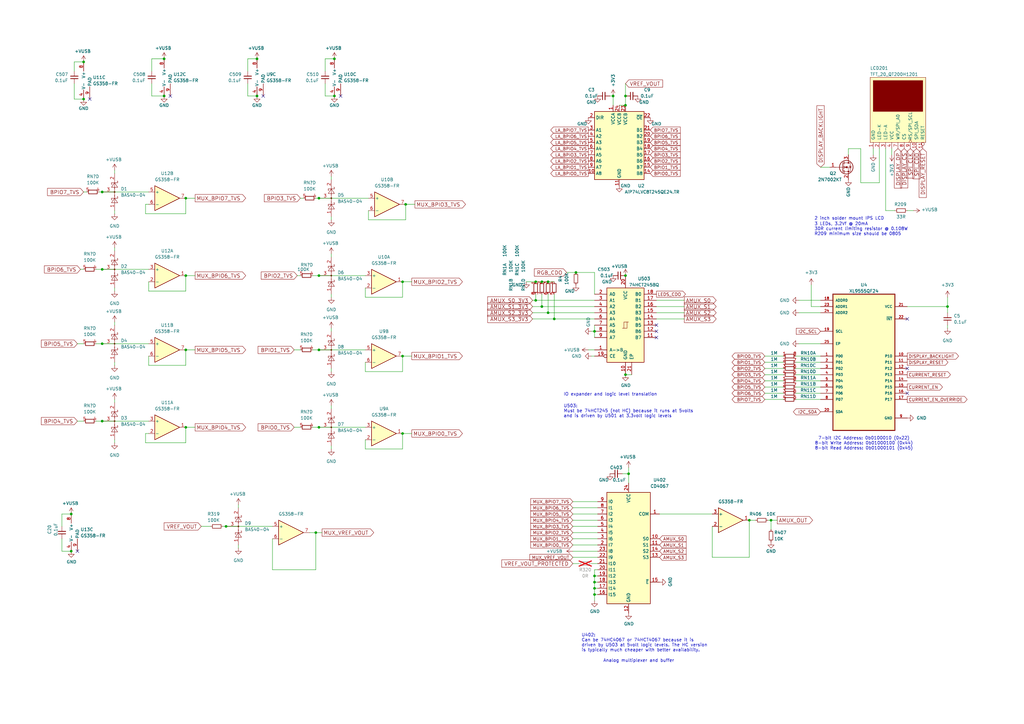
<source format=kicad_sch>
(kicad_sch (version 20250114) (generator "eeschema") (generator_version "9.0")
  (paper "A3")
  (text "7-bit I2C Address: 0b0100010 (0x22)\n8-bit Write Address: 0b01000100 (0x44)\n8-bit Read Address: 0b01000101 (0x45)" (at 354.33 181.864 0) (effects (font (size 1.27 1.27))))
  (text "IO expander and logic level translation" (at 231.14 162.56 0) (effects (font (size 1.27 1.27)) (justify left bottom)))
  (text "Analog multiplexer and buffer" (at 247.396 271.78 0) (effects (font (size 1.27 1.27)) (justify left bottom)))
  (text "U402:\nCan be 74HC4067 or 74HCT4067 because it is \ndriven by U503 at 5volt logic levels. The HC version \nis typically much cheaper with better availability." (at 238.506 267.462 0) (effects (font (size 1.27 1.27)) (justify left bottom)))
  (text "3 LEDs, 3.2Vf @ 20mA\n30R current limiting resistor @ 0.108W\nR209 minimum size should be 0805" (at 334.01 96.774 0) (effects (font (size 1.27 1.27)) (justify left bottom)))
  (text "2 inch solder mount IPS LCD" (at 334.01 90.424 0) (effects (font (size 1.27 1.27)) (justify left bottom)))
  (text "U503:\nMust be 74HCT245 (not HC) because it runs at 5volts\nand is driven by U501 at 3.3volt logic levels" (at 231.14 171.45 0) (effects (font (size 1.27 1.27)) (justify left bottom)))
  (junction (at 243.84 241.3))
  (junction (at 105.41 39.37))
  (junction (at 224.79 115.57))
  (junction (at 243.84 135.89))
  (junction (at 388.62 125.73))
  (junction (at 92.71 215.9))
  (junction (at 76.2 81.28))
  (junction (at 76.2 175.26))
  (junction (at 41.91 172.72))
  (junction (at 219.71 115.57))
  (junction (at 41.91 110.49))
  (junction (at 227.33 130.81))
  (junction (at 41.91 140.97))
  (junction (at 34.29 40.64))
  (junction (at 130.81 81.28))
  (junction (at 29.21 210.82))
  (junction (at 34.29 25.4))
  (junction (at 105.41 24.13))
  (junction (at 130.81 175.26))
  (junction (at 243.84 238.76))
  (junction (at 130.81 143.51))
  (junction (at 166.37 83.82))
  (junction (at 243.84 236.22))
  (junction (at 165.1 177.8))
  (junction (at 236.22 111.76))
  (junction (at 76.2 143.51))
  (junction (at 256.54 153.67))
  (junction (at 224.79 128.27))
  (junction (at 257.81 194.31))
  (junction (at 256.54 39.37))
  (junction (at 222.25 125.73))
  (junction (at 67.31 24.13))
  (junction (at 29.21 226.06))
  (junction (at 130.81 113.03))
  (junction (at 41.91 78.74))
  (junction (at 137.16 24.13))
  (junction (at 243.84 243.84))
  (junction (at 219.71 123.19))
  (junction (at 256.54 43.18))
  (junction (at 222.25 115.57))
  (junction (at 76.2 113.03))
  (junction (at 67.31 39.37))
  (junction (at 316.23 213.36))
  (junction (at 256.54 113.03))
  (junction (at 137.16 39.37))
  (junction (at 129.54 218.44))
  (junction (at 307.34 213.36))
  (junction (at 165.1 146.05))
  (junction (at 165.1 115.57))
  (junction (at 251.46 39.37))
  (no_connect (at 36.83 40.64))
  (no_connect (at 372.11 130.81))
  (no_connect (at 139.7 39.37))
  (no_connect (at 31.75 226.06))
  (no_connect (at 372.11 161.29))
  (no_connect (at 269.24 133.35))
  (no_connect (at 269.24 135.89))
  (no_connect (at 69.85 39.37))
  (no_connect (at 372.11 151.13))
  (no_connect (at 107.95 39.37))
  (no_connect (at 269.24 138.43))
  (wire (pts (xy 111.76 233.68) (xy 111.76 220.98)))
  (wire (pts (xy 82.55 215.9) (xy 86.36 215.9)))
  (wire (pts (xy 327.66 123.19) (xy 336.55 123.19)))
  (wire (pts (xy 242.57 146.05) (xy 243.84 146.05)))
  (wire (pts (xy 327.66 128.27) (xy 336.55 128.27)))
  (wire (pts (xy 101.6 24.13) (xy 101.6 29.21)))
  (wire (pts (xy 149.86 184.15) (xy 165.1 184.15)))
  (wire (pts (xy 135.89 134.62) (xy 135.89 135.89)))
  (wire (pts (xy 128.27 175.26) (xy 130.81 175.26)))
  (wire (pts (xy 76.2 81.28) (xy 80.01 81.28)))
  (wire (pts (xy 135.89 152.4) (xy 135.89 151.13)))
  (wire (pts (xy 25.4 210.82) (xy 29.21 210.82)))
  (wire (pts (xy 97.79 207.01) (xy 97.79 208.28)))
  (wire (pts (xy 269.24 125.73) (xy 280.67 125.73)))
  (wire (pts (xy 31.75 140.97) (xy 34.29 140.97)))
  (wire (pts (xy 227.33 130.81) (xy 243.84 130.81)))
  (wire (pts (xy 269.24 130.81) (xy 280.67 130.81)))
  (wire (pts (xy 39.37 172.72) (xy 41.91 172.72)))
  (wire (pts (xy 347.98 60.96) (xy 347.98 63.5)))
  (wire (pts (xy 165.1 121.92) (xy 165.1 115.57)))
  (wire (pts (xy 151.13 86.36) (xy 151.13 90.17)))
  (wire (pts (xy 358.14 60.96) (xy 358.14 63.5)))
  (wire (pts (xy 101.6 34.29) (xy 101.6 39.37)))
  (wire (pts (xy 135.89 72.39) (xy 135.89 73.66)))
  (wire (pts (xy 251.46 39.37) (xy 251.46 43.18)))
  (wire (pts (xy 360.68 60.96) (xy 360.68 74.93)))
  (wire (pts (xy 31.75 172.72) (xy 34.29 172.72)))
  (wire (pts (xy 245.11 233.68) (xy 243.84 233.68)))
  (wire (pts (xy 316.23 217.17) (xy 316.23 213.36)))
  (wire (pts (xy 245.11 241.3) (xy 243.84 241.3)))
  (wire (pts (xy 326.39 158.75) (xy 336.55 158.75)))
  (wire (pts (xy 123.19 81.28) (xy 124.46 81.28)))
  (wire (pts (xy 243.84 120.65) (xy 243.84 111.76)))
  (wire (pts (xy 165.1 115.57) (xy 168.91 115.57)))
  (wire (pts (xy 76.2 181.61) (xy 76.2 175.26)))
  (wire (pts (xy 218.44 123.19) (xy 219.71 123.19)))
  (wire (pts (xy 219.71 120.65) (xy 219.71 123.19)))
  (wire (pts (xy 269.24 128.27) (xy 280.67 128.27)))
  (wire (pts (xy 388.62 134.62) (xy 388.62 133.35)))
  (wire (pts (xy 243.84 241.3) (xy 243.84 243.84)))
  (wire (pts (xy 60.96 115.57) (xy 60.96 119.38)))
  (wire (pts (xy 62.23 39.37) (xy 62.23 34.29)))
  (wire (pts (xy 129.54 218.44) (xy 129.54 233.68)))
  (wire (pts (xy 353.06 74.93) (xy 353.06 60.96)))
  (wire (pts (xy 234.95 205.74) (xy 245.11 205.74)))
  (wire (pts (xy 269.24 123.19) (xy 280.67 123.19)))
  (wire (pts (xy 234.95 208.28) (xy 245.11 208.28)))
  (wire (pts (xy 33.02 110.49) (xy 34.29 110.49)))
  (wire (pts (xy 332.74 125.73) (xy 332.74 116.84)))
  (wire (pts (xy 224.79 120.65) (xy 224.79 128.27)))
  (wire (pts (xy 313.69 163.83) (xy 321.31 163.83)))
  (wire (pts (xy 130.81 143.51) (xy 149.86 143.51)))
  (wire (pts (xy 25.4 226.06) (xy 29.21 226.06)))
  (wire (pts (xy 250.19 39.37) (xy 251.46 39.37)))
  (wire (pts (xy 132.08 218.44) (xy 129.54 218.44)))
  (wire (pts (xy 219.71 115.57) (xy 222.25 115.57)))
  (wire (pts (xy 327.66 140.97) (xy 336.55 140.97)))
  (wire (pts (xy 313.69 148.59) (xy 321.31 148.59)))
  (wire (pts (xy 313.69 161.29) (xy 321.31 161.29)))
  (wire (pts (xy 25.4 215.9) (xy 25.4 210.82)))
  (wire (pts (xy 46.99 87.63) (xy 46.99 86.36)))
  (wire (pts (xy 151.13 90.17) (xy 166.37 90.17)))
  (wire (pts (xy 245.11 236.22) (xy 243.84 236.22)))
  (wire (pts (xy 59.69 83.82) (xy 59.69 87.63)))
  (wire (pts (xy 46.99 181.61) (xy 46.99 180.34)))
  (wire (pts (xy 245.11 243.84) (xy 243.84 243.84)))
  (wire (pts (xy 227.33 120.65) (xy 227.33 130.81)))
  (wire (pts (xy 149.86 180.34) (xy 149.86 184.15)))
  (wire (pts (xy 149.86 118.11) (xy 149.86 121.92)))
  (wire (pts (xy 365.76 60.96) (xy 365.76 63.5)))
  (wire (pts (xy 242.57 231.14) (xy 245.11 231.14)))
  (wire (pts (xy 39.37 140.97) (xy 41.91 140.97)))
  (wire (pts (xy 256.54 39.37) (xy 256.54 43.18)))
  (wire (pts (xy 135.89 104.14) (xy 135.89 105.41)))
  (wire (pts (xy 222.25 120.65) (xy 222.25 125.73)))
  (wire (pts (xy 218.44 125.73) (xy 222.25 125.73)))
  (wire (pts (xy 30.48 40.64) (xy 34.29 40.64)))
  (wire (pts (xy 59.69 181.61) (xy 76.2 181.61)))
  (wire (pts (xy 129.54 81.28) (xy 130.81 81.28)))
  (wire (pts (xy 30.48 34.29) (xy 30.48 40.64)))
  (wire (pts (xy 120.65 143.51) (xy 123.19 143.51)))
  (wire (pts (xy 165.1 177.8) (xy 168.91 177.8)))
  (wire (pts (xy 76.2 119.38) (xy 76.2 113.03)))
  (wire (pts (xy 165.1 146.05) (xy 168.91 146.05)))
  (wire (pts (xy 234.95 231.14) (xy 237.49 231.14)))
  (wire (pts (xy 219.71 123.19) (xy 243.84 123.19)))
  (wire (pts (xy 30.48 29.21) (xy 30.48 25.4)))
  (wire (pts (xy 372.11 86.36) (xy 374.65 86.36)))
  (wire (pts (xy 120.65 175.26) (xy 123.19 175.26)))
  (wire (pts (xy 166.37 90.17) (xy 166.37 83.82)))
  (wire (pts (xy 256.54 34.29) (xy 256.54 39.37)))
  (wire (pts (xy 60.96 149.86) (xy 76.2 149.86)))
  (wire (pts (xy 353.06 60.96) (xy 347.98 60.96)))
  (wire (pts (xy 336.55 125.73) (xy 332.74 125.73)))
  (wire (pts (xy 257.81 191.77) (xy 257.81 194.31)))
  (wire (pts (xy 313.69 151.13) (xy 321.31 151.13)))
  (wire (pts (xy 224.79 128.27) (xy 243.84 128.27)))
  (wire (pts (xy 128.27 113.03) (xy 130.81 113.03)))
  (wire (pts (xy 243.84 238.76) (xy 245.11 238.76)))
  (wire (pts (xy 46.99 119.38) (xy 46.99 118.11)))
  (wire (pts (xy 313.69 153.67) (xy 321.31 153.67)))
  (wire (pts (xy 309.88 213.36) (xy 307.34 213.36)))
  (wire (pts (xy 67.31 39.37) (xy 62.23 39.37)))
  (wire (pts (xy 166.37 83.82) (xy 170.18 83.82)))
  (wire (pts (xy 224.79 115.57) (xy 227.33 115.57)))
  (wire (pts (xy 234.95 228.6) (xy 245.11 228.6)))
  (wire (pts (xy 234.95 210.82) (xy 245.11 210.82)))
  (wire (pts (xy 135.89 121.92) (xy 135.89 120.65)))
  (wire (pts (xy 292.1 215.9) (xy 292.1 228.6)))
  (wire (pts (xy 243.84 238.76) (xy 243.84 241.3)))
  (wire (pts (xy 372.11 125.73) (xy 388.62 125.73)))
  (wire (pts (xy 41.91 78.74) (xy 60.96 78.74)))
  (wire (pts (xy 236.22 111.76) (xy 243.84 111.76)))
  (wire (pts (xy 40.64 78.74) (xy 41.91 78.74)))
  (wire (pts (xy 59.69 177.8) (xy 59.69 181.61)))
  (wire (pts (xy 76.2 113.03) (xy 80.01 113.03)))
  (wire (pts (xy 129.54 218.44) (xy 127 218.44)))
  (wire (pts (xy 307.34 228.6) (xy 307.34 213.36)))
  (wire (pts (xy 218.44 130.81) (xy 227.33 130.81)))
  (wire (pts (xy 97.79 224.79) (xy 97.79 223.52)))
  (wire (pts (xy 243.84 135.89) (xy 243.84 138.43)))
  (wire (pts (xy 241.3 143.51) (xy 243.84 143.51)))
  (wire (pts (xy 243.84 236.22) (xy 243.84 238.76)))
  (wire (pts (xy 360.68 74.93) (xy 353.06 74.93)))
  (wire (pts (xy 59.69 177.8) (xy 60.96 177.8)))
  (wire (pts (xy 130.81 113.03) (xy 149.86 113.03)))
  (wire (pts (xy 130.81 81.28) (xy 151.13 81.28)))
  (wire (pts (xy 76.2 175.26) (xy 80.01 175.26)))
  (wire (pts (xy 76.2 149.86) (xy 76.2 143.51)))
  (wire (pts (xy 60.96 146.05) (xy 60.96 149.86)))
  (wire (pts (xy 149.86 148.59) (xy 149.86 152.4)))
  (wire (pts (xy 128.27 143.51) (xy 130.81 143.51)))
  (wire (pts (xy 313.69 156.21) (xy 321.31 156.21)))
  (wire (pts (xy 135.89 166.37) (xy 135.89 167.64)))
  (wire (pts (xy 62.23 24.13) (xy 67.31 24.13)))
  (wire (pts (xy 59.69 87.63) (xy 76.2 87.63)))
  (wire (pts (xy 149.86 152.4) (xy 165.1 152.4)))
  (wire (pts (xy 165.1 184.15) (xy 165.1 177.8)))
  (wire (pts (xy 326.39 156.21) (xy 336.55 156.21)))
  (wire (pts (xy 215.9 115.57) (xy 219.71 115.57)))
  (wire (pts (xy 39.37 110.49) (xy 41.91 110.49)))
  (wire (pts (xy 30.48 25.4) (xy 34.29 25.4)))
  (wire (pts (xy 336.55 68.58) (xy 340.36 68.58)))
  (wire (pts (xy 234.95 213.36) (xy 245.11 213.36)))
  (wire (pts (xy 121.92 113.03) (xy 123.19 113.03)))
  (wire (pts (xy 165.1 152.4) (xy 165.1 146.05)))
  (wire (pts (xy 25.4 220.98) (xy 25.4 226.06)))
  (wire (pts (xy 129.54 233.68) (xy 111.76 233.68)))
  (wire (pts (xy 326.39 148.59) (xy 336.55 148.59)))
  (wire (pts (xy 388.62 121.92) (xy 388.62 125.73)))
  (wire (pts (xy 314.96 213.36) (xy 316.23 213.36)))
  (wire (pts (xy 41.91 140.97) (xy 60.96 140.97)))
  (wire (pts (xy 46.99 132.08) (xy 46.99 133.35)))
  (wire (pts (xy 316.23 213.36) (xy 318.77 213.36)))
  (wire (pts (xy 60.96 119.38) (xy 76.2 119.38)))
  (wire (pts (xy 92.71 215.9) (xy 111.76 215.9)))
  (wire (pts (xy 101.6 39.37) (xy 105.41 39.37)))
  (wire (pts (xy 222.25 125.73) (xy 243.84 125.73)))
  (wire (pts (xy 254 43.18) (xy 256.54 43.18)))
  (wire (pts (xy 255.27 194.31) (xy 257.81 194.31)))
  (wire (pts (xy 133.35 34.29) (xy 133.35 39.37)))
  (wire (pts (xy 46.99 149.86) (xy 46.99 148.59)))
  (wire (pts (xy 243.84 133.35) (xy 243.84 135.89)))
  (wire (pts (xy 234.95 223.52) (xy 245.11 223.52)))
  (wire (pts (xy 41.91 110.49) (xy 60.96 110.49)))
  (wire (pts (xy 76.2 143.51) (xy 80.01 143.51)))
  (wire (pts (xy 242.57 135.89) (xy 243.84 135.89)))
  (wire (pts (xy 133.35 39.37) (xy 137.16 39.37)))
  (wire (pts (xy 234.95 226.06) (xy 245.11 226.06)))
  (wire (pts (xy 232.41 111.76) (xy 236.22 111.76)))
  (wire (pts (xy 257.81 198.12) (xy 257.81 194.31)))
  (wire (pts (xy 234.95 218.44) (xy 245.11 218.44)))
  (wire (pts (xy 62.23 29.21) (xy 62.23 24.13)))
  (wire (pts (xy 270.51 210.82) (xy 292.1 210.82)))
  (wire (pts (xy 149.86 121.92) (xy 165.1 121.92)))
  (wire (pts (xy 234.95 220.98) (xy 245.11 220.98)))
  (wire (pts (xy 222.25 115.57) (xy 224.79 115.57)))
  (wire (pts (xy 292.1 228.6) (xy 307.34 228.6)))
  (wire (pts (xy 326.39 151.13) (xy 336.55 151.13)))
  (wire (pts (xy 363.22 60.96) (xy 363.22 86.36)))
  (wire (pts (xy 326.39 163.83) (xy 336.55 163.83)))
  (wire (pts (xy 135.89 90.17) (xy 135.89 88.9)))
  (wire (pts (xy 133.35 24.13) (xy 133.35 29.21)))
  (wire (pts (xy 218.44 128.27) (xy 224.79 128.27)))
  (wire (pts (xy 313.69 146.05) (xy 321.31 146.05)))
  (wire (pts (xy 135.89 184.15) (xy 135.89 182.88)))
  (wire (pts (xy 105.41 24.13) (xy 101.6 24.13)))
  (wire (pts (xy 137.16 24.13) (xy 133.35 24.13)))
  (wire (pts (xy 326.39 161.29) (xy 336.55 161.29)))
  (wire (pts (xy 41.91 172.72) (xy 60.96 172.72)))
  (wire (pts (xy 46.99 69.85) (xy 46.99 71.12)))
  (wire (pts (xy 91.44 215.9) (xy 92.71 215.9)))
  (wire (pts (xy 34.29 78.74) (xy 35.56 78.74)))
  (wire (pts (xy 326.39 153.67) (xy 336.55 153.67)))
  (wire (pts (xy 256.54 153.67) (xy 259.08 153.67)))
  (wire (pts (xy 243.84 233.68) (xy 243.84 236.22)))
  (wire (pts (xy 76.2 87.63) (xy 76.2 81.28)))
  (wire (pts (xy 130.81 175.26) (xy 149.86 175.26)))
  (wire (pts (xy 326.39 146.05) (xy 336.55 146.05)))
  (wire (pts (xy 388.62 128.27) (xy 388.62 125.73)))
  (wire (pts (xy 234.95 215.9) (xy 245.11 215.9)))
  (wire (pts (xy 46.99 163.83) (xy 46.99 165.1)))
  (wire (pts (xy 367.03 86.36) (xy 363.22 86.36)))
  (wire (pts (xy 46.99 101.6) (xy 46.99 102.87)))
  (wire (pts (xy 313.69 158.75) (xy 321.31 158.75)))
  (wire (pts (xy 59.69 83.82) (xy 60.96 83.82)))
  (wire (pts (xy 243.84 243.84) (xy 243.84 246.38)))
  (global_label "MUX_VREF_VOUT" (shape input) (at 234.95 228.6 180) (property "Intersheetrefs" "${INTERSHEET_REFS}" (effects (hide yes))))
  (global_label "AMUX_S3" (shape input) (at 270.51 228.6 0) (property "Intersheetrefs" "${INTERSHEET_REFS}" (effects (hide yes))))
  (global_label "BPIO7_TVS" (shape input) (at 266.7 53.34 0) (property "Intersheetrefs" "${INTERSHEET_REFS}" (effects (hide yes))))
  (global_label "AMUX_S3" (shape output) (at 280.67 130.81 0) (effects (font (size 1.524 1.524))) (property "Intersheetrefs" "${INTERSHEET_REFS}" (effects (hide yes))))
  (global_label "CURRENT_RESET" (shape output) (at 372.11 153.67 0) (property "Intersheetrefs" "${INTERSHEET_REFS}" (effects (hide yes))))
  (global_label "AMUX_S2" (shape input) (at 270.51 226.06 0) (property "Intersheetrefs" "${INTERSHEET_REFS}" (effects (hide yes))))
  (global_label "BPIO4_TVS" (shape input) (at 266.7 60.96 0) (property "Intersheetrefs" "${INTERSHEET_REFS}" (effects (hide yes))))
  (global_label "MUX_BPIO5_TVS" (shape input) (at 234.95 210.82 180) (property "Intersheetrefs" "${INTERSHEET_REFS}" (effects (hide yes))))
  (global_label "BPIO4_TVS" (shape bidirectional) (at 313.69 156.21 180) (property "Intersheetrefs" "${INTERSHEET_REFS}" (effects (hide yes))))
  (global_label "BPIO0_TVS" (shape input) (at 120.65 175.26 180) (effects (font (size 1.524 1.524))) (property "Intersheetrefs" "${INTERSHEET_REFS}" (effects (hide yes))))
  (global_label "BPIO1_TVS" (shape input) (at 120.65 143.51 180) (effects (font (size 1.524 1.524))) (property "Intersheetrefs" "${INTERSHEET_REFS}" (effects (hide yes))))
  (global_label "VREF_VOUT" (shape input) (at 82.55 215.9 180) (effects (font (size 1.524 1.524))) (property "Intersheetrefs" "${INTERSHEET_REFS}" (effects (hide yes))))
  (global_label "MUX_VREF_VOUT" (shape output) (at 132.08 218.44 0) (effects (font (size 1.524 1.524))) (property "Intersheetrefs" "${INTERSHEET_REFS}" (effects (hide yes))))
  (global_label "VREF_VOUT" (shape input) (at 256.54 34.29 0) (effects (font (size 1.524 1.524))) (property "Intersheetrefs" "${INTERSHEET_REFS}" (effects (hide yes))))
  (global_label "MUX_BPIO4_TVS" (shape input) (at 234.95 213.36 180) (property "Intersheetrefs" "${INTERSHEET_REFS}" (effects (hide yes))))
  (global_label "LA_BPIO0_TVS" (shape output) (at 241.3 71.12 180) (property "Intersheetrefs" "${INTERSHEET_REFS}" (effects (hide yes))))
  (global_label "LEDS_CDO" (shape output) (at 269.24 120.65 0) (property "Intersheetrefs" "${INTERSHEET_REFS}" (effects (hide yes))))
  (global_label "MUX_BPIO4_TVS" (shape output) (at 80.01 175.26 0) (effects (font (size 1.524 1.524))) (property "Intersheetrefs" "${INTERSHEET_REFS}" (effects (hide yes))))
  (global_label "MUX_BPIO3_TVS" (shape output) (at 170.18 83.82 0) (effects (font (size 1.524 1.524))) (property "Intersheetrefs" "${INTERSHEET_REFS}" (effects (hide yes))))
  (global_label "MUX_BPIO2_TVS" (shape output) (at 168.91 115.57 0) (effects (font (size 1.524 1.524))) (property "Intersheetrefs" "${INTERSHEET_REFS}" (effects (hide yes))))
  (global_label "MUX_BPIO2_TVS" (shape input) (at 234.95 218.44 180) (property "Intersheetrefs" "${INTERSHEET_REFS}" (effects (hide yes))))
  (global_label "BPIO1_TVS" (shape input) (at 266.7 68.58 0) (property "Intersheetrefs" "${INTERSHEET_REFS}" (effects (hide yes))))
  (global_label "BPIO2_TVS" (shape input) (at 121.92 113.03 180) (effects (font (size 1.524 1.524))) (property "Intersheetrefs" "${INTERSHEET_REFS}" (effects (hide yes))))
  (global_label "MUX_BPIO6_TVS" (shape output) (at 80.01 113.03 0) (effects (font (size 1.524 1.524))) (property "Intersheetrefs" "${INTERSHEET_REFS}" (effects (hide yes))))
  (global_label "DISPLAY_BACKLIGHT" (shape input) (at 336.55 68.58 90) (effects (font (size 1.524 1.524))) (property "Intersheetrefs" "${INTERSHEET_REFS}" (effects (hide yes))))
  (global_label "BPIO6_TVS" (shape bidirectional) (at 313.69 161.29 180) (property "Intersheetrefs" "${INTERSHEET_REFS}" (effects (hide yes))))
  (global_label "BPIO7_TVS" (shape bidirectional) (at 313.69 163.83 180) (property "Intersheetrefs" "${INTERSHEET_REFS}" (effects (hide yes))))
  (global_label "BPIO3_TVS" (shape input) (at 123.19 81.28 180) (effects (font (size 1.524 1.524))) (property "Intersheetrefs" "${INTERSHEET_REFS}" (effects (hide yes))))
  (global_label "SPI_CDO" (shape input) (at 375.92 60.96 270) (effects (font (size 1.524 1.524))) (property "Intersheetrefs" "${INTERSHEET_REFS}" (effects (hide yes))))
  (global_label "LA_BPIO6_TVS" (shape output) (at 241.3 55.88 180) (property "Intersheetrefs" "${INTERSHEET_REFS}" (effects (hide yes))))
  (global_label "MUX_BPIO3_TVS" (shape input) (at 234.95 215.9 180) (property "Intersheetrefs" "${INTERSHEET_REFS}" (effects (hide yes))))
  (global_label "MUX_BPIO7_TVS" (shape output) (at 80.01 81.28 0) (effects (font (size 1.524 1.524))) (property "Intersheetrefs" "${INTERSHEET_REFS}" (effects (hide yes))))
  (global_label "BPIO6_TVS" (shape input) (at 33.02 110.49 180) (effects (font (size 1.524 1.524))) (property "Intersheetrefs" "${INTERSHEET_REFS}" (effects (hide yes))))
  (global_label "DISPLAY_RESET" (shape output) (at 372.11 148.59 0) (property "Intersheetrefs" "${INTERSHEET_REFS}" (effects (hide yes))))
  (global_label "LA_BPIO1_TVS" (shape output) (at 241.3 68.58 180) (property "Intersheetrefs" "${INTERSHEET_REFS}" (effects (hide yes))))
  (global_label "MUX_BPIO0_TVS" (shape input) (at 234.95 223.52 180) (property "Intersheetrefs" "${INTERSHEET_REFS}" (effects (hide yes))))
  (global_label "AMUX_OUT" (shape output) (at 318.77 213.36 0) (effects (font (size 1.524 1.524))) (property "Intersheetrefs" "${INTERSHEET_REFS}" (effects (hide yes))))
  (global_label "MUX_BPIO0_TVS" (shape output) (at 168.91 177.8 0) (effects (font (size 1.524 1.524))) (property "Intersheetrefs" "${INTERSHEET_REFS}" (effects (hide yes))))
  (global_label "BPIO5_TVS" (shape input) (at 31.75 140.97 180) (effects (font (size 1.524 1.524))) (property "Intersheetrefs" "${INTERSHEET_REFS}" (effects (hide yes))))
  (global_label "RGB_CDO" (shape input) (at 232.41 111.76 180) (effects (font (size 1.524 1.524))) (property "Intersheetrefs" "${INTERSHEET_REFS}" (effects (hide yes))))
  (global_label "DISPLAY_RESET" (shape input) (at 378.46 60.96 270) (effects (font (size 1.524 1.524))) (property "Intersheetrefs" "${INTERSHEET_REFS}" (effects (hide yes))))
  (global_label "BPIO7_TVS" (shape input) (at 34.29 78.74 180) (effects (font (size 1.524 1.524))) (property "Intersheetrefs" "${INTERSHEET_REFS}" (effects (hide yes))))
  (global_label "SPI_CLK" (shape input) (at 373.38 60.96 270) (effects (font (size 1.524 1.524))) (property "Intersheetrefs" "${INTERSHEET_REFS}" (effects (hide yes))))
  (global_label "MUX_BPIO6_TVS" (shape input) (at 234.95 208.28 180) (property "Intersheetrefs" "${INTERSHEET_REFS}" (effects (hide yes))))
  (global_label "AMUX_S0_3V3" (shape input) (at 218.44 123.19 180) (effects (font (size 1.524 1.524))) (property "Intersheetrefs" "${INTERSHEET_REFS}" (effects (hide yes))))
  (global_label "LA_BPIO7_TVS" (shape output) (at 241.3 53.34 180) (property "Intersheetrefs" "${INTERSHEET_REFS}" (effects (hide yes))))
  (global_label "I2C_SDA" (shape bidirectional) (at 336.55 168.91 180) (property "Intersheetrefs" "${INTERSHEET_REFS}" (effects (hide yes))))
  (global_label "AMUX_S1_3V3" (shape input) (at 218.44 125.73 180) (effects (font (size 1.524 1.524))) (property "Intersheetrefs" "${INTERSHEET_REFS}" (effects (hide yes))))
  (global_label "BPIO5_TVS" (shape input) (at 266.7 58.42 0) (property "Intersheetrefs" "${INTERSHEET_REFS}" (effects (hide yes))))
  (global_label "LA_BPIO5_TVS" (shape output) (at 241.3 58.42 180) (property "Intersheetrefs" "${INTERSHEET_REFS}" (effects (hide yes))))
  (global_label "CURRENT_EN_OVERRIDE" (shape output) (at 372.11 163.83 0) (property "Intersheetrefs" "${INTERSHEET_REFS}" (effects (hide yes))))
  (global_label "BPIO2_TVS" (shape bidirectional) (at 313.69 151.13 180) (property "Intersheetrefs" "${INTERSHEET_REFS}" (effects (hide yes))))
  (global_label "MUX_BPIO7_TVS" (shape input) (at 234.95 205.74 180) (property "Intersheetrefs" "${INTERSHEET_REFS}" (effects (hide yes))))
  (global_label "BPIO1_TVS" (shape bidirectional) (at 313.69 148.59 180) (property "Intersheetrefs" "${INTERSHEET_REFS}" (effects (hide yes))))
  (global_label "DISPLAY_BACKLIGHT" (shape output) (at 372.11 146.05 0) (property "Intersheetrefs" "${INTERSHEET_REFS}" (effects (hide yes))))
  (global_label "LA_BPIO2_TVS" (shape output) (at 241.3 66.04 180) (property "Intersheetrefs" "${INTERSHEET_REFS}" (effects (hide yes))))
  (global_label "DISPLAY_DP" (shape input) (at 368.3 60.96 270) (effects (font (size 1.524 1.524))) (property "Intersheetrefs" "${INTERSHEET_REFS}" (effects (hide yes))))
  (global_label "AMUX_S0" (shape input) (at 270.51 220.98 0) (property "Intersheetrefs" "${INTERSHEET_REFS}" (effects (hide yes))))
  (global_label "BPIO3_TVS" (shape bidirectional) (at 313.69 153.67 180) (property "Intersheetrefs" "${INTERSHEET_REFS}" (effects (hide yes))))
  (global_label "AMUX_S1" (shape output) (at 280.67 125.73 0) (effects (font (size 1.524 1.524))) (property "Intersheetrefs" "${INTERSHEET_REFS}" (effects (hide yes))))
  (global_label "MUX_BPIO1_TVS" (shape input) (at 234.95 220.98 180) (property "Intersheetrefs" "${INTERSHEET_REFS}" (effects (hide yes))))
  (global_label "CURRENT_EN" (shape output) (at 372.11 158.75 0) (property "Intersheetrefs" "${INTERSHEET_REFS}" (effects (hide yes))))
  (global_label "BPIO5_TVS" (shape bidirectional) (at 313.69 158.75 180) (property "Intersheetrefs" "${INTERSHEET_REFS}" (effects (hide yes))))
  (global_label "AMUX_S2_3V3" (shape input) (at 218.44 128.27 180) (effects (font (size 1.524 1.524))) (property "Intersheetrefs" "${INTERSHEET_REFS}" (effects (hide yes))))
  (global_label "LA_BPIO3_TVS" (shape output) (at 241.3 63.5 180) (property "Intersheetrefs" "${INTERSHEET_REFS}" (effects (hide yes))))
  (global_label "BPIO6_TVS" (shape input) (at 266.7 55.88 0) (property "Intersheetrefs" "${INTERSHEET_REFS}" (effects (hide yes))))
  (global_label "BPIO0_TVS" (shape input) (at 266.7 71.12 0) (property "Intersheetrefs" "${INTERSHEET_REFS}" (effects (hide yes))))
  (global_label "AMUX_S2" (shape output) (at 280.67 128.27 0) (effects (font (size 1.524 1.524))) (property "Intersheetrefs" "${INTERSHEET_REFS}" (effects (hide yes))))
  (global_label "BPIO3_TVS" (shape input) (at 266.7 63.5 0) (property "Intersheetrefs" "${INTERSHEET_REFS}" (effects (hide yes))))
  (global_label "MUX_BPIO5_TVS" (shape output) (at 80.01 143.51 0) (effects (font (size 1.524 1.524))) (property "Intersheetrefs" "${INTERSHEET_REFS}" (effects (hide yes))))
  (global_label "AMUX_S0" (shape output) (at 280.67 123.19 0) (effects (font (size 1.524 1.524))) (property "Intersheetrefs" "${INTERSHEET_REFS}" (effects (hide yes))))
  (global_label "DISPLAY_CS" (shape input) (at 370.84 60.96 270) (effects (font (size 1.524 1.524))) (property "Intersheetrefs" "${INTERSHEET_REFS}" (effects (hide yes))))
  (global_label "MUX_BPIO1_TVS" (shape output) (at 168.91 146.05 0) (effects (font (size 1.524 1.524))) (property "Intersheetrefs" "${INTERSHEET_REFS}" (effects (hide yes))))
  (global_label "AMUX_S1" (shape input) (at 270.51 223.52 0) (property "Intersheetrefs" "${INTERSHEET_REFS}" (effects (hide yes))))
  (global_label "AMUX_S3_3V3" (shape input) (at 218.44 130.81 180) (effects (font (size 1.524 1.524))) (property "Intersheetrefs" "${INTERSHEET_REFS}" (effects (hide yes))))
  (global_label "BPIO0_TVS" (shape bidirectional) (at 313.69 146.05 180) (property "Intersheetrefs" "${INTERSHEET_REFS}" (effects (hide yes))))
  (global_label "LA_BPIO4_TVS" (shape output) (at 241.3 60.96 180) (property "Intersheetrefs" "${INTERSHEET_REFS}" (effects (hide yes))))
  (global_label "BPIO4_TVS" (shape input) (at 31.75 172.72 180) (effects (font (size 1.524 1.524))) (property "Intersheetrefs" "${INTERSHEET_REFS}" (effects (hide yes))))
  (global_label "VREF_VOUT_PROTECTED" (shape input) (at 234.95 231.14 180) (effects (font (size 1.524 1.524))) (property "Intersheetrefs" "${INTERSHEET_REFS}" (effects (hide yes))))
  (global_label "BPIO2_TVS" (shape input) (at 266.7 66.04 0) (property "Intersheetrefs" "${INTERSHEET_REFS}" (effects (hide yes))))
  (global_label "I2C_SCL" (shape input) (at 336.55 135.89 180) (property "Intersheetrefs" "${INTERSHEET_REFS}" (effects (hide yes))))
  (symbol (lib_id "Device:R_Small") (at 312.42 213.36 90) (unit 1)
    (property "Reference" "R406" (at 309.88 210.82 90))
    (property "Value" "10K" (at 316.23 210.82 90))
    (property "Footprint" "Resistor_SMD:R_0402_1005Metric" (effects (hide yes)))
    (property "RMB" "0.004864" (effects (hide yes)))
    (property "Supplier" "https://item.szlcsc.com/61542.html" (effects (hide yes)))
    (property "szlcsc_partnumber" "C25744" (effects (hide yes)))
    (property "szlcsc_url" "https://item.szlcsc.com/26487.html?fromZone=s_s__%252210K%25200402%2522&spm=sc.gb.xh1.zy.n___sc.gb.hd.ss&lcsc_vid=RlENUlJWE1QKBlBWRAVaUFNTT1leBQZXRFNcVAVQQVAxVlNSRFRcV1ZTQFNZVDsOAxUeFF5JWAgaAglIBBsCBBcFWQIBCks%3D" (effects (hide yes)))
  )
  (symbol (lib_id "power:GND") (at 257.81 251.46 0) (unit 1)
    (property "Reference" "#PWR0409" (effects (hide yes)))
    (property "Value" "GND" (at 257.937 255.8542 0))
  )
  (symbol (lib_id "Device:C_Small") (at 252.73 194.31 90) (unit 1)
    (property "Reference" "C403" (at 252.73 191.77 90))
    (property "Value" "0.1uF" (at 254 196.85 90))
    (property "Footprint" "Capacitor_SMD:C_0402_1005Metric" (effects (hide yes)))
    (property "RMB" "0.00628" (effects (hide yes)))
    (property "Supplier" "https://item.szlcsc.com/1877.html" (effects (hide yes)))
    (property "szlcsc_partnumber" "C1525" (effects (hide yes)))
    (property "szlcsc_url" "https://item.szlcsc.com/1877.html?fromZone=s_s__%25220.1uF%25200402%2522&spm=sc.gb.xh2.zy.n&lcsc_vid=RlENUlJWE1QKBlBWRAVaUFNTT1leBQZXRFNcVAVQQVAxVlNSRFRfXlBUQ1ZeVzsOAxUeFF5JWAgaAglIBBsCBBcFWQIBCks%3D" (effects (hide yes)))
  )
  (symbol (lib_id "power:GND") (at 250.19 194.31 0) (unit 1)
    (property "Reference" "#PWR0407" (effects (hide yes)))
    (property "Value" "GND" (at 247.65 196.85 0))
  )
  (symbol (lib_id "74xx:CD74HC4067M") (at 257.81 223.52 0) (mirror y) (unit 1)
    (property "Reference" "U402" (at 270.51 196.85 0))
    (property "Value" "CD4067" (at 270.51 199.39 0))
    (property "Footprint" "Package_SO:TSSOP-24_4.4x7.8mm_P0.65mm" (effects (hide yes)))
    (property "Datasheet" "http://www.ti.com/lit/ds/symlink/cd74hc4067.pdf" (effects (hide yes)))
    (property "Supplier" "https://eu.mouser.com/ProductDetail/Nexperia/74HCT4067PW118" (effects (hide yes)))
    (property "USD" "0.762" (effects (hide yes)))
  )
  (symbol (lib_id "dp-power:+VUSB") (at 257.81 191.77 0) (unit 1)
    (property "Reference" "#PWR0408" (effects (hide yes)))
    (property "Value" "+VUSB" (at 257.429 187.3758 0))
  )
  (symbol (lib_id "Device:R_Small") (at 316.23 219.71 180) (unit 1)
    (property "Reference" "R407" (at 317.5 218.44 0) (effects (justify right)))
    (property "Value" "10K" (at 317.5 220.98 0) (effects (justify right)))
    (property "Footprint" "Resistor_SMD:R_0402_1005Metric" (effects (hide yes)))
    (property "RMB" "0.004864" (effects (hide yes)))
    (property "Supplier" "https://item.szlcsc.com/61542.html" (effects (hide yes)))
    (property "szlcsc_partnumber" "C25744" (effects (hide yes)))
    (property "szlcsc_url" "https://item.szlcsc.com/26487.html?fromZone=s_s__%252210K%25200402%2522&spm=sc.gb.xh1.zy.n___sc.gb.hd.ss&lcsc_vid=RlENUlJWE1QKBlBWRAVaUFNTT1leBQZXRFNcVAVQQVAxVlNSRFRcV1ZTQFNZVDsOAxUeFF5JWAgaAglIBBsCBBcFWQIBCks%3D" (effects (hide yes)))
  )
  (symbol (lib_id "power:GND") (at 316.23 222.25 0) (unit 1)
    (property "Reference" "#PWR0420" (effects (hide yes)))
    (property "Value" "GND" (at 316.23 226.06 0))
  )
  (symbol (lib_id "power:GND") (at 358.14 63.5 0) (unit 1)
    (property "Reference" "#PWR0212" (effects (hide yes)))
    (property "Value" "GND" (at 358.14 68.58 90))
  )
  (symbol (lib_id "Device:R_Small") (at 369.57 86.36 270) (unit 1)
    (property "Reference" "R209" (at 369.316 83.82 90))
    (property "Value" "33R" (at 369.57 88.9 90))
    (property "Footprint" "Resistor_SMD:R_0805_2012Metric" (effects (hide yes)))
    (property "RMB" "0.019315" (effects (hide yes)))
    (property "Supplier" "https://item.szlcsc.com/139271.html" (effects (hide yes)))
    (property "szlcsc_partnumber" "C17634" (effects (hide yes)))
    (property "szlcsc_url" "https://item.szlcsc.com/18322.html?fromZone=s_s__%252233R%25200805%2522&spm=sc.gb.xh1.zy.n___sc.gb.hd.ss&lcsc_vid=RlENUlJWE1QKBlBWRAVaUFNTT1leBQZXRFNcVAVQQVAxVlNSRFRcV1ZTQFNZVDsOAxUeFF5JWAgaAglIBBsCBBcFWQIBCks%3D" (effects (hide yes)))
  )
  (symbol (lib_id "power:GND") (at 347.98 73.66 0) (unit 1)
    (property "Reference" "#PWR0211" (effects (hide yes)))
    (property "Value" "GND" (at 347.98 78.74 90))
  )
  (symbol (lib_id "power:+3V3") (at 365.76 63.5 180) (unit 1)
    (property "Reference" "#PWR0214" (effects (hide yes)))
    (property "Value" "+3V3" (at 365.76 69.85 90))
  )
  (symbol (lib_id "dp-power:+VUSB") (at 374.65 86.36 270) (unit 1)
    (property "Reference" "#PWR0213" (effects (hide yes)))
    (property "Value" "+VUSB" (at 377.8758 85.979 90) (effects (justify left)))
  )
  (symbol (lib_id "dp-power:+VUSB") (at 234.95 226.06 90) (unit 1)
    (property "Reference" "#PWR0406" (effects (hide yes)))
    (property "Value" "+VUSB" (at 227.33 226.06 90))
  )
  (symbol (lib_id "power:GND") (at 256.54 153.67 0) (unit 1)
    (property "Reference" "#PWR0512" (effects (hide yes)))
    (property "Value" "GND" (at 256.667 158.0642 0))
  )
  (symbol (lib_id "74xx:74HC245") (at 256.54 133.35 0) (unit 1)
    (property "Reference" "U503" (at 264.16 114.3 0))
    (property "Value" "74HCT245BQ" (at 264.16 116.84 0))
    (property "Footprint" "Package_DFN_QFN:DHVQFN-20-1EP_2.5x4.5mm_P0.5mm_EP1x3mm" (effects (hide yes)))
    (property "Datasheet" "http://www.ti.com/lit/gpn/sn74HC245" (effects (hide yes)))
  )
  (symbol (lib_id "dp-power:+VUSB") (at 256.54 113.03 0) (unit 1)
    (property "Reference" "#PWR0511" (effects (hide yes)))
    (property "Value" "+VUSB" (at 254 109.22 0))
  )
  (symbol (lib_id "Device:C_Small") (at 254 113.03 90) (unit 1)
    (property "Reference" "C503" (at 247.65 110.49 90))
    (property "Value" "0.1uF" (at 248.92 113.03 90))
    (property "Footprint" "Capacitor_SMD:C_0402_1005Metric" (effects (hide yes)))
    (property "RMB" "0.00628" (effects (hide yes)))
    (property "Supplier" "https://item.szlcsc.com/1877.html" (effects (hide yes)))
    (property "szlcsc_partnumber" "C1525" (effects (hide yes)))
    (property "szlcsc_url" "https://item.szlcsc.com/1877.html?fromZone=s_s__%25220.1uF%25200402%2522&spm=sc.gb.xh2.zy.n&lcsc_vid=RlENUlJWE1QKBlBWRAVaUFNTT1leBQZXRFNcVAVQQVAxVlNSRFRfXlBUQ1ZeVzsOAxUeFF5JWAgaAglIBBsCBBcFWQIBCks%3D" (effects (hide yes)))
  )
  (symbol (lib_id "power:GND") (at 251.46 113.03 0) (unit 1)
    (property "Reference" "#PWR0510" (effects (hide yes)))
    (property "Value" "GND" (at 248.92 115.57 0))
  )
  (symbol (lib_id "dp-power:+VUSB") (at 241.3 143.51 90) (unit 1)
    (property "Reference" "#PWR0509" (effects (hide yes)))
    (property "Value" "+VUSB" (at 234.442 143.51 90))
  )
  (symbol (lib_id "power:GND") (at 242.57 135.89 270) (unit 1)
    (property "Reference" "#PWR0108" (effects (hide yes)))
    (property "Value" "GND" (at 241.3 132.08 0))
  )
  (symbol (lib_id "dp-lcd:TFT_20_QT200H1201") (at 368.3 39.37 0) (unit 1)
    (property "Reference" "LCD201" (at 356.87 27.94 0) (effects (justify left)))
    (property "Value" "TFT_20_QT200H1201" (at 356.87 30.48 0) (effects (justify left)))
    (property "Footprint" "dp-lcd:TFT_20_QT200H1201" (effects (hide yes)))
  )
  (symbol (lib_id "power:GND") (at 243.84 246.38 0) (unit 1)
    (property "Reference" "#PWR0131" (effects (hide yes)))
    (property "Value" "GND" (at 243.967 250.7742 0))
  )
  (symbol (lib_id "Device:C_Small") (at 62.23 31.75 180) (unit 1)
    (property "Reference" "C508" (at 59.69 30.4735 0) (effects (justify left)))
    (property "Value" "0.1uF" (at 59.69 33.0135 0) (effects (justify left)))
    (property "Footprint" "Capacitor_SMD:C_0402_1005Metric" (effects (hide yes)))
    (property "RMB" "0.00628" (effects (hide yes)))
    (property "Supplier" "https://item.szlcsc.com/1877.html" (effects (hide yes)))
    (property "szlcsc_partnumber" "C1525" (effects (hide yes)))
    (property "szlcsc_url" "https://item.szlcsc.com/1877.html?fromZone=s_s__%25220.1uF%25200402%2522&spm=sc.gb.xh2.zy.n&lcsc_vid=RlENUlJWE1QKBlBWRAVaUFNTT1leBQZXRFNcVAVQQVAxVlNSRFRfXlBUQ1ZeVzsOAxUeFF5JWAgaAglIBBsCBBcFWQIBCks%3D" (effects (hide yes)))
  )
  (symbol (lib_id "power:+3V3") (at 388.62 121.92 0) (unit 1)
    (property "Reference" "#PWR047" (effects (hide yes)))
    (property "Value" "+3V3" (at 388.62 116.84 0))
  )
  (symbol (lib_id "power:GND") (at 327.66 128.27 270) (unit 1)
    (property "Reference" "#PWR048" (effects (hide yes)))
    (property "Value" "GND" (at 323.85 128.2699 90) (effects (justify right)))
  )
  (symbol (lib_id "dp-rarray:R_Array") (at 125.73 175.26 270) (unit 4)
    (property "Reference" "RN318" (at 125.73 168.91 90))
    (property "Value" "100K" (at 125.73 171.45 90))
    (property "Footprint" "Resistor_SMD:R_Array_Convex_4x0402" (effects (hide yes)))
    (property "Datasheet" "http://www.vishay.com/docs/31509/csc.pdf" (effects (hide yes)))
    (property "RMB" "0.034572" (effects (hide yes)))
    (property "Supplier" "https://item.szlcsc.com/45893.html" (effects (hide yes)))
    (property "szlcsc_partnumber" "C25724" (effects (hide yes)))
    (property "szlcsc_url" "https://item.szlcsc.com/26467.html?fromZone=s_s__%2522100K%25200402x4%2522&spm=sc.gb.xh1.zy.n___sc.gb.hd.ss&lcsc_vid=RlENUlJWE1QKBlBWRAVaUFNTT1leBQZXRFNcVAVQQVAxVlNSRFRcV1ZTQFNZVDsOAxUeFF5JWAgaAglIBBsCBBcFWQIBCks%3D" (effects (hide yes)))
    (instances (project "REV0" (path "" (reference "RN?") (unit 4)) (path "" (reference "RN318") (unit 4))))
  )
  (symbol (lib_id "power:GND") (at 97.79 224.79 0) (unit 1)
    (property "Reference" "#PWR089" (effects (hide yes)))
    (property "Value" "GND" (at 97.79 229.87 0))
  )
  (symbol (lib_id "power:GND") (at 34.29 40.64 0) (unit 1)
    (property "Reference" "#PWR070" (effects (hide yes)))
    (property "Value" "GND" (at 34.29 44.45 0))
  )
  (symbol (lib_id "power:GND") (at 270.51 238.76 90) (unit 1)
    (property "Reference" "#PWR034" (effects (hide yes)))
    (property "Value" "GND" (at 274.9042 238.633 0))
  )
  (symbol (lib_id "Diode:BAS40-04") (at 95.25 215.9 270) (mirror x) (unit 1)
    (property "Reference" "D9" (at 100.33 214.6299 90) (effects (justify left)))
    (property "Value" "BAS40-04" (at 100.33 217.1699 90) (effects (justify left)))
    (property "Footprint" "library:SOT-523" (effects (hide yes)))
    (property "Datasheet" "http://www.vishay.com/docs/85701/bas40v.pdf" (effects (hide yes)))
    (property "Description" "40V 0.2A Dual Small Signal Schottky Diodes" (effects (hide yes)))
    (property "szlcsc_partnumber" "C21714097" (effects (hide yes)))
    (property "szlcsc_url" "https://item.szlcsc.com/23141008.html?fromZone=s_s__%2522BAS40-04%25200402%2522&spm=sc.gb.xh2.zy.n___sc.gb.hd.ss&lcsc_vid=RlENUlJWE1QKBlBWRAVaUFNTT1leBQZXRFNcVAVQQVAxVlNSRFRfXlBUQ1ZeVzsOAxUeFF5JWAgaAglIBBsCBBcFWQIBCks%3D" (effects (hide yes)))
  )
  (symbol (lib_id "power:GND") (at 372.11 171.45 90) (unit 1)
    (property "Reference" "#PWR045" (effects (hide yes)))
    (property "Value" "GND" (at 375.92 171.4499 90) (effects (justify right)))
  )
  (symbol (lib_id "power:GND") (at 241.3 48.26 0) (unit 1)
    (property "Reference" "#PWR023" (effects (hide yes)))
    (property "Value" "GND" (at 238.76 50.8 0))
  )
  (symbol (lib_id "Transistor_FET:BSS138") (at 345.44 68.58 0) (unit 1)
    (property "Reference" "Q2" (at 341.63 71.12 0))
    (property "Value" "2N7002KT" (at 340.36 73.66 0))
    (property "Footprint" "library:SOT-523" (effects (hide yes)))
    (property "Datasheet" "https://www.onsemi.com/download/data-sheet/pdf/2n7002t-d.pdf" (effects (hide yes)))
    (property "RMB" "0.140017" (effects (hide yes)))
    (property "Supplier" "https://item.szlcsc.com/544697.html" (effects (hide yes)))
    (property "MANUFACTURER" "CBI" (effects (hide yes)))
    (property "szlcsc_partnumber" "C2840287" (effects (hide yes)))
    (property "szlcsc_url" "https://item.szlcsc.com/3018646.html?fromZone=s_s__%25222N7002KT%2522&spm=sc.gb.xh1.zy.n___sc.gb.hd.ss&lcsc_vid=RlENUlJWE1QKBlBWRAVaUFNTT1leBQZXRFNcVAVQQVAxVlNSRVhfXlFQRFVfUzsOAxUeFF5JWAgaAglIBBsCBBcFWQIBCks%3D" (effects (hide yes)))
  )
  (symbol (lib_id "dp-rarray:R_Array") (at 323.85 161.29 90) (mirror x) (unit 3)
    (property "Reference" "RN11" (at 331.47 160.02 90))
    (property "Value" "1M" (at 317.5 160.02 90))
    (property "Footprint" "Resistor_SMD:R_Array_Convex_4x0402" (effects (hide yes)))
    (property "Datasheet" "http://www.vishay.com/docs/31509/csc.pdf" (effects (hide yes)))
    (property "RMB" "0.033552" (effects (hide yes)))
    (property "Supplier" "https://item.szlcsc.com/26241.html" (effects (hide yes)))
    (property "szlcsc_partnumber" "C425315" (effects (hide yes)))
    (property "szlcsc_url" "https://item.szlcsc.com/418939.html?fromZone=s_s__%25221M%25200402x4%2522&spm=sc.gb.xh1.zy.n___sc.gb.hd.ss&lcsc_vid=RlENUlJWE1QKBlBWRAVaUFNTT1leBQZXRFNcVAVQQVAxVlNSRFRcV1ZTQFNZVDsOAxUeFF5JWAgaAglIBBsCBBcFWQIBCks%3D" (effects (hide yes)))
  )
  (symbol (lib_id "Device:C_Small") (at 25.4 218.44 180) (unit 1)
    (property "Reference" "C20" (at 20.32 217.17 90))
    (property "Value" "0.1uF" (at 22.86 217.17 90))
    (property "Footprint" "Capacitor_SMD:C_0402_1005Metric" (effects (hide yes)))
    (property "RMB" "0.00628" (effects (hide yes)))
    (property "Supplier" "https://item.szlcsc.com/1877.html" (effects (hide yes)))
    (property "szlcsc_partnumber" "C1525" (effects (hide yes)))
    (property "szlcsc_url" "https://item.szlcsc.com/1877.html?fromZone=s_s__%25220.1uF%25200402%2522&spm=sc.gb.xh2.zy.n&lcsc_vid=RlENUlJWE1QKBlBWRAVaUFNTT1leBQZXRFNcVAVQQVAxVlNSRFRfXlBUQ1ZeVzsOAxUeFF5JWAgaAglIBBsCBBcFWQIBCks%3D" (effects (hide yes)))
  )
  (symbol (lib_id "dp-power:+VUSB") (at 34.29 25.4 0) (unit 1)
    (property "Reference" "#PWR010" (effects (hide yes)))
    (property "Value" "+VUSB" (at 33.909 21.0058 0))
  )
  (symbol (lib_id "dp-power:+VUSB") (at 97.79 207.01 0) (unit 1)
    (property "Reference" "#PWR088" (effects (hide yes)))
    (property "Value" "+VUSB" (at 97.409 202.6158 0))
  )
  (symbol (lib_id "power:GND") (at 327.66 140.97 270) (unit 1)
    (property "Reference" "#PWR065" (effects (hide yes)))
    (property "Value" "GND" (at 323.85 140.9699 90) (effects (justify right)))
  )
  (symbol (lib_id "dp-power:+VUSB") (at 46.99 101.6 0) (unit 1)
    (property "Reference" "#PWR04" (effects (hide yes)))
    (property "Value" "+VUSB" (at 46.609 97.2058 0))
  )
  (symbol (lib_id "Diode:BAS40-04") (at 44.45 172.72 270) (mirror x) (unit 1)
    (property "Reference" "D3" (at 49.53 171.4499 90) (effects (justify left)))
    (property "Value" "BAS40-04" (at 49.53 173.9899 90) (effects (justify left)))
    (property "Footprint" "library:SOT-523" (effects (hide yes)))
    (property "Datasheet" "http://www.vishay.com/docs/85701/bas40v.pdf" (effects (hide yes)))
    (property "Description" "40V 0.2A Dual Small Signal Schottky Diodes" (effects (hide yes)))
    (property "szlcsc_partnumber" "C21714097" (effects (hide yes)))
    (property "szlcsc_url" "https://item.szlcsc.com/23141008.html?fromZone=s_s__%2522BAS40-04%25200402%2522&spm=sc.gb.xh2.zy.n___sc.gb.hd.ss&lcsc_vid=RlENUlJWE1QKBlBWRAVaUFNTT1leBQZXRFNcVAVQQVAxVlNSRFRfXlBUQ1ZeVzsOAxUeFF5JWAgaAglIBBsCBBcFWQIBCks%3D" (effects (hide yes)))
  )
  (symbol (lib_id "dp-power:+VUSB") (at 67.31 24.13 0) (unit 1)
    (property "Reference" "#PWR09" (effects (hide yes)))
    (property "Value" "+VUSB" (at 66.929 19.7358 0))
  )
  (symbol (lib_id "Device:C_Small") (at 133.35 31.75 180) (unit 1)
    (property "Reference" "C510" (at 130.81 30.4735 0) (effects (justify left)))
    (property "Value" "0.1uF" (at 130.81 33.0135 0) (effects (justify left)))
    (property "Footprint" "Capacitor_SMD:C_0402_1005Metric" (effects (hide yes)))
    (property "RMB" "0.00628" (effects (hide yes)))
    (property "Supplier" "https://item.szlcsc.com/1877.html" (effects (hide yes)))
    (property "szlcsc_partnumber" "C1525" (effects (hide yes)))
    (property "szlcsc_url" "https://item.szlcsc.com/1877.html?fromZone=s_s__%25220.1uF%25200402%2522&spm=sc.gb.xh2.zy.n&lcsc_vid=RlENUlJWE1QKBlBWRAVaUFNTT1leBQZXRFNcVAVQQVAxVlNSRFRfXlBUQ1ZeVzsOAxUeFF5JWAgaAglIBBsCBBcFWQIBCks%3D" (effects (hide yes)))
  )
  (symbol (lib_id "dp-rarray:R_Array") (at 222.25 118.11 0) (unit 2)
    (property "Reference" "RN1" (at 209.55 116.84 90))
    (property "Value" "100K" (at 209.55 109.22 90))
    (property "Footprint" "Resistor_SMD:R_Array_Convex_4x0402" (effects (hide yes)))
    (property "Datasheet" "http://www.vishay.com/docs/31509/csc.pdf" (effects (hide yes)))
    (property "RMB" "0.033552" (effects (hide yes)))
    (property "Supplier" "https://item.szlcsc.com/26241.html" (effects (hide yes)))
    (property "szlcsc_partnumber" "C25724" (effects (hide yes)))
    (property "szlcsc_url" "https://item.szlcsc.com/26467.html?fromZone=s_s__%2522100K%25200402x4%2522&spm=sc.gb.xh1.zy.n___sc.gb.hd.ss&lcsc_vid=RlENUlJWE1QKBlBWRAVaUFNTT1leBQZXRFNcVAVQQVAxVlNSRFRcV1ZTQFNZVDsOAxUeFF5JWAgaAglIBBsCBBcFWQIBCks%3D" (effects (hide yes)))
  )
  (symbol (lib_id "dp-rarray:R_Array") (at 36.83 140.97 270) (unit 3)
    (property "Reference" "RN317" (at 36.83 134.62 90))
    (property "Value" "100K" (at 36.83 137.16 90))
    (property "Footprint" "Resistor_SMD:R_Array_Convex_4x0402" (effects (hide yes)))
    (property "Datasheet" "http://www.vishay.com/docs/31509/csc.pdf" (effects (hide yes)))
    (property "RMB" "0.034572" (effects (hide yes)))
    (property "Supplier" "https://item.szlcsc.com/45893.html" (effects (hide yes)))
    (property "szlcsc_partnumber" "C25724" (effects (hide yes)))
    (property "szlcsc_url" "https://item.szlcsc.com/26467.html?fromZone=s_s__%2522100K%25200402x4%2522&spm=sc.gb.xh1.zy.n___sc.gb.hd.ss&lcsc_vid=RlENUlJWE1QKBlBWRAVaUFNTT1leBQZXRFNcVAVQQVAxVlNSRFRcV1ZTQFNZVDsOAxUeFF5JWAgaAglIBBsCBBcFWQIBCks%3D" (effects (hide yes)))
    (instances (project "REV0" (path "" (reference "RN?") (unit 4)) (path "" (reference "RN317") (unit 3))))
  )
  (symbol (lib_id "power:GND") (at 67.31 39.37 0) (unit 1)
    (property "Reference" "#PWR071" (effects (hide yes)))
    (property "Value" "GND" (at 67.31 43.18 0))
  )
  (symbol (lib_id "Diode:BAS40-04") (at 44.45 140.97 270) (mirror x) (unit 1)
    (property "Reference" "D4" (at 49.53 139.6999 90) (effects (justify left)))
    (property "Value" "BAS40-04" (at 49.53 142.2399 90) (effects (justify left)))
    (property "Footprint" "library:SOT-523" (effects (hide yes)))
    (property "Datasheet" "http://www.vishay.com/docs/85701/bas40v.pdf" (effects (hide yes)))
    (property "Description" "40V 0.2A Dual Small Signal Schottky Diodes" (effects (hide yes)))
    (property "szlcsc_partnumber" "C21714097" (effects (hide yes)))
    (property "szlcsc_url" "https://item.szlcsc.com/23141008.html?fromZone=s_s__%2522BAS40-04%25200402%2522&spm=sc.gb.xh2.zy.n___sc.gb.hd.ss&lcsc_vid=RlENUlJWE1QKBlBWRAVaUFNTT1leBQZXRFNcVAVQQVAxVlNSRFRfXlBUQ1ZeVzsOAxUeFF5JWAgaAglIBBsCBBcFWQIBCks%3D" (effects (hide yes)))
  )
  (symbol (lib_id "dp-rarray:R_Array") (at 323.85 153.67 90) (mirror x) (unit 4)
    (property "Reference" "RN10" (at 331.47 152.4 90))
    (property "Value" "1M" (at 317.5 152.4 90))
    (property "Footprint" "Resistor_SMD:R_Array_Convex_4x0402" (effects (hide yes)))
    (property "Datasheet" "http://www.vishay.com/docs/31509/csc.pdf" (effects (hide yes)))
    (property "RMB" "0.033552" (effects (hide yes)))
    (property "Supplier" "https://item.szlcsc.com/26241.html" (effects (hide yes)))
    (property "szlcsc_partnumber" "C425315" (effects (hide yes)))
    (property "szlcsc_url" "https://item.szlcsc.com/418939.html?fromZone=s_s__%25221M%25200402x4%2522&spm=sc.gb.xh1.zy.n___sc.gb.hd.ss&lcsc_vid=RlENUlJWE1QKBlBWRAVaUFNTT1leBQZXRFNcVAVQQVAxVlNSRFRcV1ZTQFNZVDsOAxUeFF5JWAgaAglIBBsCBBcFWQIBCks%3D" (effects (hide yes)))
  )
  (symbol (lib_id "Amplifier_Operational:LM358_DFN") (at 157.48 177.8 0) (unit 1)
    (property "Reference" "U9" (at 157.48 167.64 0))
    (property "Value" "GS358-FR" (at 157.48 170.18 0))
    (property "Footprint" "Package_DFN_QFN:DFN-8-1EP_2x2mm_P0.5mm_EP1.05x1.75mm" (effects (hide yes)))
    (property "Datasheet" "www.st.com/resource/en/datasheet/lm358.pdf" (effects (hide yes)))
    (property "Description" "Low-Power, Dual Operational Amplifiers, DFN-8" (effects (hide yes)))
    (property "szlcsc_partnumber" "C431311" (effects (hide yes)))
    (property "szlcsc_url" "https://item.szlcsc.com/427634.html?fromZone=s_s__%2522GS358%2522&spm=sc.gb.xh1.zy.n___sc.gb.hd.ss&lcsc_vid=RlENUlJWE1QKBlBWRAVaUFNTT1leBQZXRFNcVAVQQVAxVlNSRFRcV1ZTQFNZVDsOAxUeFF5JWAgaAglIBBsCBBcFWQIBCks%3D" (effects (hide yes)))
  )
  (symbol (lib_id "dp-power:+VUSB") (at 135.89 104.14 0) (unit 1)
    (property "Reference" "#PWR082" (effects (hide yes)))
    (property "Value" "+VUSB" (at 135.509 99.7458 0))
  )
  (symbol (lib_id "dp-rarray:R_Array") (at 323.85 158.75 90) (mirror x) (unit 2)
    (property "Reference" "RN11" (at 331.47 157.48 90))
    (property "Value" "1M" (at 317.5 157.48 90))
    (property "Footprint" "Resistor_SMD:R_Array_Convex_4x0402" (effects (hide yes)))
    (property "Datasheet" "http://www.vishay.com/docs/31509/csc.pdf" (effects (hide yes)))
    (property "RMB" "0.033552" (effects (hide yes)))
    (property "Supplier" "https://item.szlcsc.com/26241.html" (effects (hide yes)))
    (property "szlcsc_partnumber" "C425315" (effects (hide yes)))
    (property "szlcsc_url" "https://item.szlcsc.com/418939.html?fromZone=s_s__%25221M%25200402x4%2522&spm=sc.gb.xh1.zy.n___sc.gb.hd.ss&lcsc_vid=RlENUlJWE1QKBlBWRAVaUFNTT1leBQZXRFNcVAVQQVAxVlNSRFRcV1ZTQFNZVDsOAxUeFF5JWAgaAglIBBsCBBcFWQIBCks%3D" (effects (hide yes)))
  )
  (symbol (lib_id "dp-power:+VUSB") (at 105.41 24.13 0) (unit 1)
    (property "Reference" "#PWR068" (effects (hide yes)))
    (property "Value" "+VUSB" (at 105.029 19.7358 0))
  )
  (symbol (lib_id "dp-power:+VUSB") (at 135.89 134.62 0) (unit 1)
    (property "Reference" "#PWR086" (effects (hide yes)))
    (property "Value" "+VUSB" (at 135.509 130.2258 0))
  )
  (symbol (lib_id "dp-rarray:R_Array") (at 323.85 156.21 90) (mirror x) (unit 1)
    (property "Reference" "RN11" (at 331.47 154.94 90))
    (property "Value" "1M" (at 317.5 154.94 90))
    (property "Footprint" "Resistor_SMD:R_Array_Convex_4x0402" (effects (hide yes)))
    (property "Datasheet" "http://www.vishay.com/docs/31509/csc.pdf" (effects (hide yes)))
    (property "RMB" "0.033552" (effects (hide yes)))
    (property "Supplier" "https://item.szlcsc.com/26241.html" (effects (hide yes)))
    (property "szlcsc_partnumber" "C425315" (effects (hide yes)))
    (property "szlcsc_url" "https://item.szlcsc.com/418939.html?fromZone=s_s__%25221M%25200402x4%2522&spm=sc.gb.xh1.zy.n___sc.gb.hd.ss&lcsc_vid=RlENUlJWE1QKBlBWRAVaUFNTT1leBQZXRFNcVAVQQVAxVlNSRFRcV1ZTQFNZVDsOAxUeFF5JWAgaAglIBBsCBBcFWQIBCks%3D" (effects (hide yes)))
  )
  (symbol (lib_id "Diode:BAS40-04") (at 44.45 110.49 270) (mirror x) (unit 1)
    (property "Reference" "D2" (at 49.53 109.2199 90) (effects (justify left)))
    (property "Value" "BAS40-04" (at 49.53 111.7599 90) (effects (justify left)))
    (property "Footprint" "library:SOT-523" (effects (hide yes)))
    (property "Datasheet" "http://www.vishay.com/docs/85701/bas40v.pdf" (effects (hide yes)))
    (property "Description" "40V 0.2A Dual Small Signal Schottky Diodes" (effects (hide yes)))
    (property "szlcsc_partnumber" "C21714097" (effects (hide yes)))
    (property "szlcsc_url" "https://item.szlcsc.com/23141008.html?fromZone=s_s__%2522BAS40-04%25200402%2522&spm=sc.gb.xh2.zy.n___sc.gb.hd.ss&lcsc_vid=RlENUlJWE1QKBlBWRAVaUFNTT1leBQZXRFNcVAVQQVAxVlNSRFRfXlBUQ1ZeVzsOAxUeFF5JWAgaAglIBBsCBBcFWQIBCks%3D" (effects (hide yes)))
  )
  (symbol (lib_id "Diode:BAS40-04") (at 133.35 175.26 270) (mirror x) (unit 1)
    (property "Reference" "D7" (at 138.43 173.9899 90) (effects (justify left)))
    (property "Value" "BAS40-04" (at 138.43 176.5299 90) (effects (justify left)))
    (property "Footprint" "library:SOT-523" (effects (hide yes)))
    (property "Datasheet" "http://www.vishay.com/docs/85701/bas40v.pdf" (effects (hide yes)))
    (property "Description" "40V 0.2A Dual Small Signal Schottky Diodes" (effects (hide yes)))
    (property "szlcsc_partnumber" "C21714097" (effects (hide yes)))
    (property "szlcsc_url" "https://item.szlcsc.com/23141008.html?fromZone=s_s__%2522BAS40-04%25200402%2522&spm=sc.gb.xh2.zy.n___sc.gb.hd.ss&lcsc_vid=RlENUlJWE1QKBlBWRAVaUFNTT1leBQZXRFNcVAVQQVAxVlNSRFRfXlBUQ1ZeVzsOAxUeFF5JWAgaAglIBBsCBBcFWQIBCks%3D" (effects (hide yes)))
  )
  (symbol (lib_id "Diode:BAS40-04") (at 133.35 81.28 270) (mirror x) (unit 1)
    (property "Reference" "D5" (at 138.43 80.0099 90) (effects (justify left)))
    (property "Value" "BAS40-04" (at 138.43 82.5499 90) (effects (justify left)))
    (property "Footprint" "library:SOT-523" (effects (hide yes)))
    (property "Datasheet" "http://www.vishay.com/docs/85701/bas40v.pdf" (effects (hide yes)))
    (property "Description" "40V 0.2A Dual Small Signal Schottky Diodes" (effects (hide yes)))
    (property "szlcsc_partnumber" "C21714097" (effects (hide yes)))
    (property "szlcsc_url" "https://item.szlcsc.com/23141008.html?fromZone=s_s__%2522BAS40-04%25200402%2522&spm=sc.gb.xh2.zy.n___sc.gb.hd.ss&lcsc_vid=RlENUlJWE1QKBlBWRAVaUFNTT1leBQZXRFNcVAVQQVAxVlNSRFRfXlBUQ1ZeVzsOAxUeFF5JWAgaAglIBBsCBBcFWQIBCks%3D" (effects (hide yes)))
  )
  (symbol (lib_id "dp-rarray:R_Array") (at 323.85 146.05 90) (mirror x) (unit 1)
    (property "Reference" "RN10" (at 331.47 144.78 90))
    (property "Value" "1M" (at 317.5 144.78 90))
    (property "Footprint" "Resistor_SMD:R_Array_Convex_4x0402" (effects (hide yes)))
    (property "Datasheet" "http://www.vishay.com/docs/31509/csc.pdf" (effects (hide yes)))
    (property "RMB" "0.033552" (effects (hide yes)))
    (property "Supplier" "https://item.szlcsc.com/26241.html" (effects (hide yes)))
    (property "szlcsc_partnumber" "C425315" (effects (hide yes)))
    (property "szlcsc_url" "https://item.szlcsc.com/418939.html?fromZone=s_s__%25221M%25200402x4%2522&spm=sc.gb.xh1.zy.n___sc.gb.hd.ss&lcsc_vid=RlENUlJWE1QKBlBWRAVaUFNTT1leBQZXRFNcVAVQQVAxVlNSRFRcV1ZTQFNZVDsOAxUeFF5JWAgaAglIBBsCBBcFWQIBCks%3D" (effects (hide yes)))
  )
  (symbol (lib_id "Amplifier_Operational:LM358_DFN") (at 157.48 146.05 0) (unit 2)
    (property "Reference" "U9" (at 157.48 135.89 0))
    (property "Value" "GS358-FR" (at 157.48 138.43 0))
    (property "Footprint" "Package_DFN_QFN:DFN-8-1EP_2x2mm_P0.5mm_EP1.05x1.75mm" (effects (hide yes)))
    (property "Datasheet" "www.st.com/resource/en/datasheet/lm358.pdf" (effects (hide yes)))
    (property "Description" "Low-Power, Dual Operational Amplifiers, DFN-8" (effects (hide yes)))
    (property "szlcsc_partnumber" "C431311" (effects (hide yes)))
    (property "szlcsc_url" "https://item.szlcsc.com/427634.html?fromZone=s_s__%2522GS358%2522&spm=sc.gb.xh1.zy.n___sc.gb.hd.ss&lcsc_vid=RlENUlJWE1QKBlBWRAVaUFNTT1leBQZXRFNcVAVQQVAxVlNSRFRcV1ZTQFNZVDsOAxUeFF5JWAgaAglIBBsCBBcFWQIBCks%3D" (effects (hide yes)))
  )
  (symbol (lib_id "Amplifier_Operational:LM358_DFN") (at 68.58 175.26 0) (unit 1)
    (property "Reference" "U11" (at 68.58 165.1 0))
    (property "Value" "GS358-FR" (at 68.58 167.64 0))
    (property "Footprint" "Package_DFN_QFN:DFN-8-1EP_2x2mm_P0.5mm_EP1.05x1.75mm" (effects (hide yes)))
    (property "Datasheet" "www.st.com/resource/en/datasheet/lm358.pdf" (effects (hide yes)))
    (property "Description" "Low-Power, Dual Operational Amplifiers, DFN-8" (effects (hide yes)))
    (property "szlcsc_partnumber" "C431311" (effects (hide yes)))
    (property "szlcsc_url" "https://item.szlcsc.com/427634.html?fromZone=s_s__%2522GS358%2522&spm=sc.gb.xh1.zy.n___sc.gb.hd.ss&lcsc_vid=RlENUlJWE1QKBlBWRAVaUFNTT1leBQZXRFNcVAVQQVAxVlNSRFRcV1ZTQFNZVDsOAxUeFF5JWAgaAglIBBsCBBcFWQIBCks%3D" (effects (hide yes)))
  )
  (symbol (lib_id "dp-power:+VUSB") (at 135.89 72.39 0) (unit 1)
    (property "Reference" "#PWR080" (effects (hide yes)))
    (property "Value" "+VUSB" (at 135.509 67.9958 0))
  )
  (symbol (lib_id "dp-rarray:R_Array") (at 224.79 118.11 0) (unit 3)
    (property "Reference" "RN1" (at 212.09 110.49 90))
    (property "Value" "100K" (at 212.09 102.87 90))
    (property "Footprint" "Resistor_SMD:R_Array_Convex_4x0402" (effects (hide yes)))
    (property "Datasheet" "http://www.vishay.com/docs/31509/csc.pdf" (effects (hide yes)))
    (property "RMB" "0.033552" (effects (hide yes)))
    (property "Supplier" "https://item.szlcsc.com/26241.html" (effects (hide yes)))
    (property "szlcsc_partnumber" "C25724" (effects (hide yes)))
    (property "szlcsc_url" "https://item.szlcsc.com/26467.html?fromZone=s_s__%2522100K%25200402x4%2522&spm=sc.gb.xh1.zy.n___sc.gb.hd.ss&lcsc_vid=RlENUlJWE1QKBlBWRAVaUFNTT1leBQZXRFNcVAVQQVAxVlNSRFRcV1ZTQFNZVDsOAxUeFF5JWAgaAglIBBsCBBcFWQIBCks%3D" (effects (hide yes)))
  )
  (symbol (lib_id "dp-rarray:R_Array") (at 125.73 143.51 270) (unit 3)
    (property "Reference" "RN318" (at 125.73 137.16 90))
    (property "Value" "100K" (at 125.73 139.7 90))
    (property "Footprint" "Resistor_SMD:R_Array_Convex_4x0402" (effects (hide yes)))
    (property "Datasheet" "http://www.vishay.com/docs/31509/csc.pdf" (effects (hide yes)))
    (property "RMB" "0.034572" (effects (hide yes)))
    (property "Supplier" "https://item.szlcsc.com/45893.html" (effects (hide yes)))
    (property "szlcsc_partnumber" "C25724" (effects (hide yes)))
    (property "szlcsc_url" "https://item.szlcsc.com/26467.html?fromZone=s_s__%2522100K%25200402x4%2522&spm=sc.gb.xh1.zy.n___sc.gb.hd.ss&lcsc_vid=RlENUlJWE1QKBlBWRAVaUFNTT1leBQZXRFNcVAVQQVAxVlNSRFRcV1ZTQFNZVDsOAxUeFF5JWAgaAglIBBsCBBcFWQIBCks%3D" (effects (hide yes)))
    (instances (project "REV0" (path "" (reference "RN?") (unit 4)) (path "" (reference "RN318") (unit 3))))
  )
  (symbol (lib_id "power:GND") (at 29.21 226.06 0) (unit 1)
    (property "Reference" "#PWR013" (effects (hide yes)))
    (property "Value" "GND" (at 29.337 230.4542 0))
  )
  (symbol (lib_id "Amplifier_Operational:LM358_DFN") (at 139.7 31.75 0) (unit 3)
    (property "Reference" "U10" (at 140.97 30.4799 0) (effects (justify left)))
    (property "Value" "GS358-FR" (at 140.97 33.0199 0) (effects (justify left)))
    (property "Footprint" "Package_DFN_QFN:DFN-8-1EP_2x2mm_P0.5mm_EP1.05x1.75mm" (effects (hide yes)))
    (property "Datasheet" "www.st.com/resource/en/datasheet/lm358.pdf" (effects (hide yes)))
    (property "Description" "Low-Power, Dual Operational Amplifiers, DFN-8" (effects (hide yes)))
    (property "szlcsc_partnumber" "C431311" (effects (hide yes)))
    (property "szlcsc_url" "https://item.szlcsc.com/427634.html?fromZone=s_s__%2522GS358%2522&spm=sc.gb.xh1.zy.n___sc.gb.hd.ss&lcsc_vid=RlENUlJWE1QKBlBWRAVaUFNTT1leBQZXRFNcVAVQQVAxVlNSRFRcV1ZTQFNZVDsOAxUeFF5JWAgaAglIBBsCBBcFWQIBCks%3D" (effects (hide yes)))
  )
  (symbol (lib_id "Amplifier_Operational:LM358_DFN") (at 68.58 81.28 0) (unit 2)
    (property "Reference" "U12" (at 68.58 71.12 0))
    (property "Value" "GS358-FR" (at 68.58 73.66 0))
    (property "Footprint" "Package_DFN_QFN:DFN-8-1EP_2x2mm_P0.5mm_EP1.05x1.75mm" (effects (hide yes)))
    (property "Datasheet" "www.st.com/resource/en/datasheet/lm358.pdf" (effects (hide yes)))
    (property "Description" "Low-Power, Dual Operational Amplifiers, DFN-8" (effects (hide yes)))
    (property "szlcsc_partnumber" "C431311" (effects (hide yes)))
    (property "szlcsc_url" "https://item.szlcsc.com/427634.html?fromZone=s_s__%2522GS358%2522&spm=sc.gb.xh1.zy.n___sc.gb.hd.ss&lcsc_vid=RlENUlJWE1QKBlBWRAVaUFNTT1leBQZXRFNcVAVQQVAxVlNSRFRcV1ZTQFNZVDsOAxUeFF5JWAgaAglIBBsCBBcFWQIBCks%3D" (effects (hide yes)))
  )
  (symbol (lib_id "TCA6416RTWT:XL9555QF24") (at 354.33 148.59 0) (unit 1)
    (property "Reference" "U4" (at 354.33 116.84 0))
    (property "Value" "XL9555QF24" (at 354.33 119.38 0))
    (property "Footprint" "Package_DFN_QFN:QFN-24-1EP_4x4mm_P0.5mm_EP2.7x2.7mm" (effects (hide yes)))
    (property "MP" "XL9555QF24" (effects (hide yes)))
  )
  (symbol (lib_id "dp-power:+VUSB") (at 46.99 69.85 0) (unit 1)
    (property "Reference" "#PWR08" (effects (hide yes)))
    (property "Value" "+VUSB" (at 46.609 65.4558 0))
  )
  (symbol (lib_id "dp-rarray:R_Array") (at 323.85 163.83 90) (mirror x) (unit 4)
    (property "Reference" "RN11" (at 331.47 162.56 90))
    (property "Value" "1M" (at 317.5 162.56 90))
    (property "Footprint" "Resistor_SMD:R_Array_Convex_4x0402" (effects (hide yes)))
    (property "Datasheet" "http://www.vishay.com/docs/31509/csc.pdf" (effects (hide yes)))
    (property "RMB" "0.033552" (effects (hide yes)))
    (property "Supplier" "https://item.szlcsc.com/26241.html" (effects (hide yes)))
    (property "szlcsc_partnumber" "C425315" (effects (hide yes)))
    (property "szlcsc_url" "https://item.szlcsc.com/418939.html?fromZone=s_s__%25221M%25200402x4%2522&spm=sc.gb.xh1.zy.n___sc.gb.hd.ss&lcsc_vid=RlENUlJWE1QKBlBWRAVaUFNTT1leBQZXRFNcVAVQQVAxVlNSRFRcV1ZTQFNZVDsOAxUeFF5JWAgaAglIBBsCBBcFWQIBCks%3D" (effects (hide yes)))
  )
  (symbol (lib_id "Diode:BAS40-04") (at 44.45 78.74 270) (mirror x) (unit 1)
    (property "Reference" "D1" (at 49.53 77.4699 90) (effects (justify left)))
    (property "Value" "BAS40-04" (at 49.53 80.0099 90) (effects (justify left)))
    (property "Footprint" "library:SOT-523" (effects (hide yes)))
    (property "Datasheet" "http://www.vishay.com/docs/85701/bas40v.pdf" (effects (hide yes)))
    (property "Description" "40V 0.2A Dual Small Signal Schottky Diodes" (effects (hide yes)))
    (property "szlcsc_partnumber" "C21714097" (effects (hide yes)))
    (property "szlcsc_url" "https://item.szlcsc.com/23141008.html?fromZone=s_s__%2522BAS40-04%25200402%2522&spm=sc.gb.xh2.zy.n___sc.gb.hd.ss&lcsc_vid=RlENUlJWE1QKBlBWRAVaUFNTT1leBQZXRFNcVAVQQVAxVlNSRFRfXlBUQ1ZeVzsOAxUeFF5JWAgaAglIBBsCBBcFWQIBCks%3D" (effects (hide yes)))
  )
  (symbol (lib_id "Amplifier_Operational:LM358_DFN") (at 157.48 115.57 0) (unit 1)
    (property "Reference" "U10" (at 157.48 105.41 0))
    (property "Value" "GS358-FR" (at 157.48 107.95 0))
    (property "Footprint" "Package_DFN_QFN:DFN-8-1EP_2x2mm_P0.5mm_EP1.05x1.75mm" (effects (hide yes)))
    (property "Datasheet" "www.st.com/resource/en/datasheet/lm358.pdf" (effects (hide yes)))
    (property "Description" "Low-Power, Dual Operational Amplifiers, DFN-8" (effects (hide yes)))
    (property "szlcsc_partnumber" "C431311" (effects (hide yes)))
    (property "szlcsc_url" "https://item.szlcsc.com/427634.html?fromZone=s_s__%2522GS358%2522&spm=sc.gb.xh1.zy.n___sc.gb.hd.ss&lcsc_vid=RlENUlJWE1QKBlBWRAVaUFNTT1leBQZXRFNcVAVQQVAxVlNSRFRcV1ZTQFNZVDsOAxUeFF5JWAgaAglIBBsCBBcFWQIBCks%3D" (effects (hide yes)))
  )
  (symbol (lib_id "power:GND") (at 135.89 90.17 0) (unit 1)
    (property "Reference" "#PWR081" (effects (hide yes)))
    (property "Value" "GND" (at 135.89 95.25 0))
  )
  (symbol (lib_id "Device:C_Small") (at 259.08 39.37 90) (unit 1)
    (property "Reference" "C9" (at 265.43 36.83 90))
    (property "Value" "0.1uF" (at 265.43 39.37 90))
    (property "Footprint" "Capacitor_SMD:C_0402_1005Metric" (effects (hide yes)))
    (property "RMB" "0.00628" (effects (hide yes)))
    (property "Supplier" "https://item.szlcsc.com/1877.html" (effects (hide yes)))
    (property "szlcsc_partnumber" "C1525" (effects (hide yes)))
    (property "szlcsc_url" "https://item.szlcsc.com/1877.html?fromZone=s_s__%25220.1uF%25200402%2522&spm=sc.gb.xh2.zy.n&lcsc_vid=RlENUlJWE1QKBlBWRAVaUFNTT1leBQZXRFNcVAVQQVAxVlNSRFRfXlBUQ1ZeVzsOAxUeFF5JWAgaAglIBBsCBBcFWQIBCks%3D" (effects (hide yes)))
  )
  (symbol (lib_id "Device:C_Small") (at 30.48 31.75 180) (unit 1)
    (property "Reference" "C507" (at 27.94 30.4735 0) (effects (justify left)))
    (property "Value" "0.1uF" (at 27.94 33.0135 0) (effects (justify left)))
    (property "Footprint" "Capacitor_SMD:C_0402_1005Metric" (effects (hide yes)))
    (property "RMB" "0.00628" (effects (hide yes)))
    (property "Supplier" "https://item.szlcsc.com/1877.html" (effects (hide yes)))
    (property "szlcsc_partnumber" "C1525" (effects (hide yes)))
    (property "szlcsc_url" "https://item.szlcsc.com/1877.html?fromZone=s_s__%25220.1uF%25200402%2522&spm=sc.gb.xh2.zy.n&lcsc_vid=RlENUlJWE1QKBlBWRAVaUFNTT1leBQZXRFNcVAVQQVAxVlNSRFRfXlBUQ1ZeVzsOAxUeFF5JWAgaAglIBBsCBBcFWQIBCks%3D" (effects (hide yes)))
  )
  (symbol (lib_id "Logic_LevelTranslator:SN74AVC8T245PW") (at 254 58.42 0) (unit 1)
    (property "Reference" "U2" (at 261.62 76.2 0) (effects (justify left)))
    (property "Value" "AiP74LVC8T245QE24.TR" (at 256.1941 78.74 0) (effects (justify left)))
    (property "Footprint" "manuf:NXP-DHVQFN24" (effects (hide yes)))
    (property "Datasheet" "https://www.ti.com/lit/ds/symlink/sn74avc8t245.pdf" (effects (hide yes)))
    (property "szlcsc_partnumber" "C5361831" (effects (hide yes)))
    (property "szlcsc_url" "https://item.szlcsc.com/6184611.html?fromZone=s_s__%252274LVC8T245%2522&spm=sc.gb.xh1.zy.n___sc.gb.hd.ss&lcsc_vid=RlENUlJWE1QKBlBWRAVaUFNTT1leBQZXRFNcVAVQQVAxVlNSRFRcV1ZTQFNZVDsOAxUeFF5JWAgaAglIBBsCBBcFWQIBCks%3D" (effects (hide yes)))
  )
  (symbol (lib_id "power:GND") (at 388.62 134.62 0) (unit 1)
    (property "Reference" "#PWR046" (effects (hide yes)))
    (property "Value" "GND" (at 388.62 139.7 0))
  )
  (symbol (lib_id "dp-power:+VUSB") (at 46.99 132.08 0) (unit 1)
    (property "Reference" "#PWR078" (effects (hide yes)))
    (property "Value" "+VUSB" (at 46.609 127.6858 0))
  )
  (symbol (lib_id "Device:C_Small") (at 247.65 39.37 90) (unit 1)
    (property "Reference" "C3" (at 242.57 36.83 90))
    (property "Value" "0.1uF" (at 242.57 39.37 90))
    (property "Footprint" "Capacitor_SMD:C_0402_1005Metric" (effects (hide yes)))
    (property "RMB" "0.00628" (effects (hide yes)))
    (property "Supplier" "https://item.szlcsc.com/1877.html" (effects (hide yes)))
    (property "szlcsc_partnumber" "C1525" (effects (hide yes)))
    (property "szlcsc_url" "https://item.szlcsc.com/1877.html?fromZone=s_s__%25220.1uF%25200402%2522&spm=sc.gb.xh2.zy.n&lcsc_vid=RlENUlJWE1QKBlBWRAVaUFNTT1leBQZXRFNcVAVQQVAxVlNSRFRfXlBUQ1ZeVzsOAxUeFF5JWAgaAglIBBsCBBcFWQIBCks%3D" (effects (hide yes)))
  )
  (symbol (lib_id "power:GND") (at 215.9 115.57 0) (unit 1)
    (property "Reference" "#PWR037" (effects (hide yes)))
    (property "Value" "GND" (at 212.09 116.84 0))
  )
  (symbol (lib_id "dp-rarray:R_Array") (at 219.71 118.11 0) (unit 1)
    (property "Reference" "RN1" (at 207.01 110.49 90))
    (property "Value" "100K" (at 207.01 102.87 90))
    (property "Footprint" "Resistor_SMD:R_Array_Convex_4x0402" (effects (hide yes)))
    (property "Datasheet" "http://www.vishay.com/docs/31509/csc.pdf" (effects (hide yes)))
    (property "RMB" "0.033552" (effects (hide yes)))
    (property "Supplier" "https://item.szlcsc.com/26241.html" (effects (hide yes)))
    (property "szlcsc_partnumber" "C25724" (effects (hide yes)))
    (property "szlcsc_url" "https://item.szlcsc.com/26467.html?fromZone=s_s__%2522100K%25200402x4%2522&spm=sc.gb.xh1.zy.n___sc.gb.hd.ss&lcsc_vid=RlENUlJWE1QKBlBWRAVaUFNTT1leBQZXRFNcVAVQQVAxVlNSRFRcV1ZTQFNZVDsOAxUeFF5JWAgaAglIBBsCBBcFWQIBCks%3D" (effects (hide yes)))
  )
  (symbol (lib_id "Amplifier_Operational:LM358_DFN") (at 68.58 143.51 0) (unit 2)
    (property "Reference" "U11" (at 68.58 133.35 0))
    (property "Value" "GS358-FR" (at 68.58 135.89 0))
    (property "Footprint" "Package_DFN_QFN:DFN-8-1EP_2x2mm_P0.5mm_EP1.05x1.75mm" (effects (hide yes)))
    (property "Datasheet" "www.st.com/resource/en/datasheet/lm358.pdf" (effects (hide yes)))
    (property "Description" "Low-Power, Dual Operational Amplifiers, DFN-8" (effects (hide yes)))
    (property "szlcsc_partnumber" "C431311" (effects (hide yes)))
    (property "szlcsc_url" "https://item.szlcsc.com/427634.html?fromZone=s_s__%2522GS358%2522&spm=sc.gb.xh1.zy.n___sc.gb.hd.ss&lcsc_vid=RlENUlJWE1QKBlBWRAVaUFNTT1leBQZXRFNcVAVQQVAxVlNSRFRcV1ZTQFNZVDsOAxUeFF5JWAgaAglIBBsCBBcFWQIBCks%3D" (effects (hide yes)))
  )
  (symbol (lib_id "dp-rarray:R_Array") (at 38.1 78.74 270) (unit 1)
    (property "Reference" "RN317" (at 38.1 72.39 90))
    (property "Value" "100K" (at 38.1 74.93 90))
    (property "Footprint" "Resistor_SMD:R_Array_Convex_4x0402" (effects (hide yes)))
    (property "Datasheet" "http://www.vishay.com/docs/31509/csc.pdf" (effects (hide yes)))
    (property "RMB" "0.034572" (effects (hide yes)))
    (property "Supplier" "https://item.szlcsc.com/45893.html" (effects (hide yes)))
    (property "szlcsc_partnumber" "C25724" (effects (hide yes)))
    (property "szlcsc_url" "https://item.szlcsc.com/26467.html?fromZone=s_s__%2522100K%25200402x4%2522&spm=sc.gb.xh1.zy.n___sc.gb.hd.ss&lcsc_vid=RlENUlJWE1QKBlBWRAVaUFNTT1leBQZXRFNcVAVQQVAxVlNSRFRcV1ZTQFNZVDsOAxUeFF5JWAgaAglIBBsCBBcFWQIBCks%3D" (effects (hide yes)))
    (instances (project "REV0" (path "" (reference "RN?") (unit 4)) (path "" (reference "RN317") (unit 1))))
  )
  (symbol (lib_id "Diode:BAS40-04") (at 133.35 113.03 270) (mirror x) (unit 1)
    (property "Reference" "D6" (at 138.43 111.7599 90) (effects (justify left)))
    (property "Value" "BAS40-04" (at 138.43 114.2999 90) (effects (justify left)))
    (property "Footprint" "library:SOT-523" (effects (hide yes)))
    (property "Datasheet" "http://www.vishay.com/docs/85701/bas40v.pdf" (effects (hide yes)))
    (property "Description" "40V 0.2A Dual Small Signal Schottky Diodes" (effects (hide yes)))
    (property "szlcsc_partnumber" "C21714097" (effects (hide yes)))
    (property "szlcsc_url" "https://item.szlcsc.com/23141008.html?fromZone=s_s__%2522BAS40-04%25200402%2522&spm=sc.gb.xh2.zy.n___sc.gb.hd.ss&lcsc_vid=RlENUlJWE1QKBlBWRAVaUFNTT1leBQZXRFNcVAVQQVAxVlNSRFRfXlBUQ1ZeVzsOAxUeFF5JWAgaAglIBBsCBBcFWQIBCks%3D" (effects (hide yes)))
  )
  (symbol (lib_id "Device:R_Small") (at 88.9 215.9 270) (unit 1)
    (property "Reference" "R319" (at 90.17 210.82 90) (effects (justify right)))
    (property "Value" "100K" (at 90.17 213.36 90) (effects (justify right)))
    (property "Footprint" "Resistor_SMD:R_0402_1005Metric" (effects (hide yes)))
    (property "RMB" "0.004864" (effects (hide yes)))
    (property "Supplier" "https://item.szlcsc.com/61542.html" (effects (hide yes)))
    (property "szlcsc_partnumber" "C25741" (effects (hide yes)))
    (property "szlcsc_url" "https://item.szlcsc.com/26484.html?fromZone=s_s__%2522100K%25200402%2522&spm=sc.gb.xh1.zy.n&lcsc_vid=RlENUlJWE1QKBlBWRAVaUFNTT1leBQZXRFNcVAVQQVAxVlNSRFRcV1ZTQFNZVDsOAxUeFF5JWAgaAglIBBsCBBcFWQIBCks%3D" (effects (hide yes)))
  )
  (symbol (lib_id "power:GND") (at 327.66 123.19 270) (unit 1)
    (property "Reference" "#PWR050" (effects (hide yes)))
    (property "Value" "GND" (at 323.85 123.1899 90) (effects (justify right)))
  )
  (symbol (lib_id "power:GND") (at 46.99 149.86 0) (unit 1)
    (property "Reference" "#PWR079" (effects (hide yes)))
    (property "Value" "GND" (at 46.99 154.94 0))
  )
  (symbol (lib_id "dp-power:+VUSB") (at 137.16 24.13 0) (unit 1)
    (property "Reference" "#PWR038" (effects (hide yes)))
    (property "Value" "+VUSB" (at 136.779 19.7358 0))
  )
  (symbol (lib_id "power:GND") (at 266.7 48.26 0) (unit 1)
    (property "Reference" "#PWR033" (effects (hide yes)))
    (property "Value" "GND" (at 269.24 50.8 0))
  )
  (symbol (lib_id "Device:R_Small") (at 236.22 114.3 0) (mirror x) (unit 1)
    (property "Reference" "R4" (at 229.87 114.3 90))
    (property "Value" "100K" (at 232.41 114.3 90))
    (property "Footprint" "Resistor_SMD:R_0402_1005Metric" (effects (hide yes)))
    (property "RMB" "0.005749" (effects (hide yes)))
    (property "Supplier" "https://item.szlcsc.com/61543.html" (effects (hide yes)))
    (property "szlcsc_partnumber" "C25741" (effects (hide yes)))
    (property "szlcsc_url" "https://item.szlcsc.com/26484.html?fromZone=s_s__%2522100K%25200402%2522&spm=sc.gb.xh1.zy.n&lcsc_vid=RlENUlJWE1QKBlBWRAVaUFNTT1leBQZXRFNcVAVQQVAxVlNSRFRcV1ZTQFNZVDsOAxUeFF5JWAgaAglIBBsCBBcFWQIBCks%3D" (effects (hide yes)))
  )
  (symbol (lib_id "dp-rarray:R_Array") (at 227.33 118.11 0) (unit 4)
    (property "Reference" "RN1" (at 214.63 116.84 90))
    (property "Value" "100K" (at 214.63 109.22 90))
    (property "Footprint" "Resistor_SMD:R_Array_Convex_4x0402" (effects (hide yes)))
    (property "Datasheet" "http://www.vishay.com/docs/31509/csc.pdf" (effects (hide yes)))
    (property "RMB" "0.033552" (effects (hide yes)))
    (property "Supplier" "https://item.szlcsc.com/26241.html" (effects (hide yes)))
    (property "szlcsc_partnumber" "C25724" (effects (hide yes)))
    (property "szlcsc_url" "https://item.szlcsc.com/26467.html?fromZone=s_s__%2522100K%25200402x4%2522&spm=sc.gb.xh1.zy.n___sc.gb.hd.ss&lcsc_vid=RlENUlJWE1QKBlBWRAVaUFNTT1leBQZXRFNcVAVQQVAxVlNSRFRcV1ZTQFNZVDsOAxUeFF5JWAgaAglIBBsCBBcFWQIBCks%3D" (effects (hide yes)))
  )
  (symbol (lib_id "Device:C_Small") (at 388.62 130.81 180) (unit 1)
    (property "Reference" "C5" (at 391.16 129.5335 0) (effects (justify right)))
    (property "Value" "0.1uF" (at 391.16 132.0735 0) (effects (justify right)))
    (property "Footprint" "Capacitor_SMD:C_0402_1005Metric" (effects (hide yes)))
    (property "RMB" "0.00628" (effects (hide yes)))
    (property "Supplier" "https://item.szlcsc.com/1877.html" (effects (hide yes)))
    (property "szlcsc_partnumber" "C1525" (effects (hide yes)))
    (property "szlcsc_url" "https://item.szlcsc.com/1877.html?fromZone=s_s__%25220.1uF%25200402%2522&spm=sc.gb.xh2.zy.n&lcsc_vid=RlENUlJWE1QKBlBWRAVaUFNTT1leBQZXRFNcVAVQQVAxVlNSRFRfXlBUQ1ZeVzsOAxUeFF5JWAgaAglIBBsCBBcFWQIBCks%3D" (effects (hide yes)))
  )
  (symbol (lib_id "Amplifier_Operational:LM358_DFN") (at 299.72 213.36 0) (unit 1)
    (property "Reference" "U13" (effects (hide yes)))
    (property "Value" "GS358-FR" (at 299.72 205.74 0))
    (property "Footprint" "Package_DFN_QFN:DFN-8-1EP_2x2mm_P0.5mm_EP1.05x1.75mm" (effects (hide yes)))
    (property "Datasheet" "www.st.com/resource/en/datasheet/lm358.pdf" (effects (hide yes)))
    (property "Description" "Low-Power, Dual Operational Amplifiers, DFN-8" (effects (hide yes)))
    (property "szlcsc_partnumber" "C431311" (effects (hide yes)))
    (property "szlcsc_url" "https://item.szlcsc.com/427634.html?fromZone=s_s__%2522GS358%2522&spm=sc.gb.xh1.zy.n___sc.gb.hd.ss&lcsc_vid=RlENUlJWE1QKBlBWRAVaUFNTT1leBQZXRFNcVAVQQVAxVlNSRFRcV1ZTQFNZVDsOAxUeFF5JWAgaAglIBBsCBBcFWQIBCks%3D" (effects (hide yes)))
  )
  (symbol (lib_id "Amplifier_Operational:LM358_DFN") (at 158.75 83.82 0) (unit 2)
    (property "Reference" "U10" (at 158.75 73.66 0))
    (property "Value" "GS358-FR" (at 158.75 76.2 0))
    (property "Footprint" "Package_DFN_QFN:DFN-8-1EP_2x2mm_P0.5mm_EP1.05x1.75mm" (effects (hide yes)))
    (property "Datasheet" "www.st.com/resource/en/datasheet/lm358.pdf" (effects (hide yes)))
    (property "Description" "Low-Power, Dual Operational Amplifiers, DFN-8" (effects (hide yes)))
    (property "szlcsc_partnumber" "C431311" (effects (hide yes)))
    (property "szlcsc_url" "https://item.szlcsc.com/427634.html?fromZone=s_s__%2522GS358%2522&spm=sc.gb.xh1.zy.n___sc.gb.hd.ss&lcsc_vid=RlENUlJWE1QKBlBWRAVaUFNTT1leBQZXRFNcVAVQQVAxVlNSRFRcV1ZTQFNZVDsOAxUeFF5JWAgaAglIBBsCBBcFWQIBCks%3D" (effects (hide yes)))
  )
  (symbol (lib_id "dp-rarray:R_Array") (at 323.85 148.59 90) (mirror x) (unit 2)
    (property "Reference" "RN10" (at 331.47 147.32 90))
    (property "Value" "1M" (at 317.5 147.32 90))
    (property "Footprint" "Resistor_SMD:R_Array_Convex_4x0402" (effects (hide yes)))
    (property "Datasheet" "http://www.vishay.com/docs/31509/csc.pdf" (effects (hide yes)))
    (property "RMB" "0.033552" (effects (hide yes)))
    (property "Supplier" "https://item.szlcsc.com/26241.html" (effects (hide yes)))
    (property "szlcsc_partnumber" "C425315" (effects (hide yes)))
    (property "szlcsc_url" "https://item.szlcsc.com/418939.html?fromZone=s_s__%25221M%25200402x4%2522&spm=sc.gb.xh1.zy.n___sc.gb.hd.ss&lcsc_vid=RlENUlJWE1QKBlBWRAVaUFNTT1leBQZXRFNcVAVQQVAxVlNSRFRcV1ZTQFNZVDsOAxUeFF5JWAgaAglIBBsCBBcFWQIBCks%3D" (effects (hide yes)))
  )
  (symbol (lib_id "Amplifier_Operational:LM358_DFN") (at 36.83 33.02 0) (unit 3)
    (property "Reference" "U11" (at 38.1 31.7499 0) (effects (justify left)))
    (property "Value" "GS358-FR" (at 38.1 34.2899 0) (effects (justify left)))
    (property "Footprint" "Package_DFN_QFN:DFN-8-1EP_2x2mm_P0.5mm_EP1.05x1.75mm" (effects (hide yes)))
    (property "Datasheet" "www.st.com/resource/en/datasheet/lm358.pdf" (effects (hide yes)))
    (property "Description" "Low-Power, Dual Operational Amplifiers, DFN-8" (effects (hide yes)))
    (property "szlcsc_partnumber" "C431311" (effects (hide yes)))
    (property "szlcsc_url" "https://item.szlcsc.com/427634.html?fromZone=s_s__%2522GS358%2522&spm=sc.gb.xh1.zy.n___sc.gb.hd.ss&lcsc_vid=RlENUlJWE1QKBlBWRAVaUFNTT1leBQZXRFNcVAVQQVAxVlNSRFRcV1ZTQFNZVDsOAxUeFF5JWAgaAglIBBsCBBcFWQIBCks%3D" (effects (hide yes)))
  )
  (symbol (lib_id "Amplifier_Operational:LM358_DFN") (at 31.75 218.44 0) (unit 3)
    (property "Reference" "U13" (at 33.02 217.1699 0) (effects (justify left)))
    (property "Value" "GS358-FR" (at 33.02 219.7099 0) (effects (justify left)))
    (property "Footprint" "Package_DFN_QFN:DFN-8-1EP_2x2mm_P0.5mm_EP1.05x1.75mm" (effects (hide yes)))
    (property "Datasheet" "www.st.com/resource/en/datasheet/lm358.pdf" (effects (hide yes)))
    (property "Description" "Low-Power, Dual Operational Amplifiers, DFN-8" (effects (hide yes)))
    (property "szlcsc_partnumber" "C431311" (effects (hide yes)))
    (property "szlcsc_url" "https://item.szlcsc.com/427634.html?fromZone=s_s__%2522GS358%2522&spm=sc.gb.xh1.zy.n___sc.gb.hd.ss&lcsc_vid=RlENUlJWE1QKBlBWRAVaUFNTT1leBQZXRFNcVAVQQVAxVlNSRFRcV1ZTQFNZVDsOAxUeFF5JWAgaAglIBBsCBBcFWQIBCks%3D" (effects (hide yes)))
  )
  (symbol (lib_id "Amplifier_Operational:LM358_DFN") (at 107.95 31.75 0) (unit 3)
    (property "Reference" "U9" (at 109.22 30.4799 0) (effects (justify left)))
    (property "Value" "GS358-FR" (at 109.22 33.0199 0) (effects (justify left)))
    (property "Footprint" "Package_DFN_QFN:DFN-8-1EP_2x2mm_P0.5mm_EP1.05x1.75mm" (effects (hide yes)))
    (property "Datasheet" "www.st.com/resource/en/datasheet/lm358.pdf" (effects (hide yes)))
    (property "Description" "Low-Power, Dual Operational Amplifiers, DFN-8" (effects (hide yes)))
    (property "szlcsc_partnumber" "C431311" (effects (hide yes)))
    (property "szlcsc_url" "https://item.szlcsc.com/427634.html?fromZone=s_s__%2522GS358%2522&spm=sc.gb.xh1.zy.n___sc.gb.hd.ss&lcsc_vid=RlENUlJWE1QKBlBWRAVaUFNTT1leBQZXRFNcVAVQQVAxVlNSRFRcV1ZTQFNZVDsOAxUeFF5JWAgaAglIBBsCBBcFWQIBCks%3D" (effects (hide yes)))
  )
  (symbol (lib_id "power:GND") (at 135.89 184.15 0) (unit 1)
    (property "Reference" "#PWR085" (effects (hide yes)))
    (property "Value" "GND" (at 135.89 189.23 0))
  )
  (symbol (lib_id "power:GND") (at 135.89 152.4 0) (unit 1)
    (property "Reference" "#PWR087" (effects (hide yes)))
    (property "Value" "GND" (at 135.89 157.48 0))
  )
  (symbol (lib_id "power:+3V3") (at 251.46 39.37 0) (unit 1)
    (property "Reference" "#PWR030" (effects (hide yes)))
    (property "Value" "+3V3" (at 251.46 33.02 90))
  )
  (symbol (lib_id "power:GND") (at 105.41 39.37 0) (unit 1)
    (property "Reference" "#PWR069" (effects (hide yes)))
    (property "Value" "GND" (at 105.41 43.18 0))
  )
  (symbol (lib_id "dp-rarray:R_Array") (at 125.73 113.03 270) (unit 2)
    (property "Reference" "RN318" (at 125.8253 108.6271 90))
    (property "Value" "100K" (at 124.46 110.49 90))
    (property "Footprint" "Resistor_SMD:R_Array_Convex_4x0402" (effects (hide yes)))
    (property "Datasheet" "http://www.vishay.com/docs/31509/csc.pdf" (effects (hide yes)))
    (property "RMB" "0.034572" (effects (hide yes)))
    (property "Supplier" "https://item.szlcsc.com/45893.html" (effects (hide yes)))
    (property "szlcsc_partnumber" "C25724" (effects (hide yes)))
    (property "szlcsc_url" "https://item.szlcsc.com/26467.html?fromZone=s_s__%2522100K%25200402x4%2522&spm=sc.gb.xh1.zy.n___sc.gb.hd.ss&lcsc_vid=RlENUlJWE1QKBlBWRAVaUFNTT1leBQZXRFNcVAVQQVAxVlNSRFRcV1ZTQFNZVDsOAxUeFF5JWAgaAglIBBsCBBcFWQIBCks%3D" (effects (hide yes)))
    (instances (project "REV0" (path "" (reference "RN?") (unit 4)) (path "" (reference "RN318") (unit 2))))
  )
  (symbol (lib_id "Amplifier_Operational:LM358_DFN") (at 69.85 31.75 0) (unit 3)
    (property "Reference" "U12" (at 71.12 30.4799 0) (effects (justify left)))
    (property "Value" "GS358-FR" (at 71.12 33.0199 0) (effects (justify left)))
    (property "Footprint" "Package_DFN_QFN:DFN-8-1EP_2x2mm_P0.5mm_EP1.05x1.75mm" (effects (hide yes)))
    (property "Datasheet" "www.st.com/resource/en/datasheet/lm358.pdf" (effects (hide yes)))
    (property "Description" "Low-Power, Dual Operational Amplifiers, DFN-8" (effects (hide yes)))
    (property "szlcsc_partnumber" "C431311" (effects (hide yes)))
    (property "szlcsc_url" "https://item.szlcsc.com/427634.html?fromZone=s_s__%2522GS358%2522&spm=sc.gb.xh1.zy.n___sc.gb.hd.ss&lcsc_vid=RlENUlJWE1QKBlBWRAVaUFNTT1leBQZXRFNcVAVQQVAxVlNSRFRcV1ZTQFNZVDsOAxUeFF5JWAgaAglIBBsCBBcFWQIBCks%3D" (effects (hide yes)))
  )
  (symbol (lib_id "dp-power:+VUSB") (at 135.89 166.37 0) (unit 1)
    (property "Reference" "#PWR084" (effects (hide yes)))
    (property "Value" "+VUSB" (at 135.509 161.9758 0))
  )
  (symbol (lib_id "Amplifier_Operational:LM358_DFN") (at 68.58 113.03 0) (unit 1)
    (property "Reference" "U12" (at 68.58 102.87 0))
    (property "Value" "GS358-FR" (at 68.58 105.41 0))
    (property "Footprint" "Package_DFN_QFN:DFN-8-1EP_2x2mm_P0.5mm_EP1.05x1.75mm" (effects (hide yes)))
    (property "Datasheet" "www.st.com/resource/en/datasheet/lm358.pdf" (effects (hide yes)))
    (property "Description" "Low-Power, Dual Operational Amplifiers, DFN-8" (effects (hide yes)))
    (property "szlcsc_partnumber" "C431311" (effects (hide yes)))
    (property "szlcsc_url" "https://item.szlcsc.com/427634.html?fromZone=s_s__%2522GS358%2522&spm=sc.gb.xh1.zy.n___sc.gb.hd.ss&lcsc_vid=RlENUlJWE1QKBlBWRAVaUFNTT1leBQZXRFNcVAVQQVAxVlNSRFRcV1ZTQFNZVDsOAxUeFF5JWAgaAglIBBsCBBcFWQIBCks%3D" (effects (hide yes)))
  )
  (symbol (lib_id "power:+3V3") (at 332.74 116.84 0) (unit 1)
    (property "Reference" "#PWR049" (effects (hide yes)))
    (property "Value" "+3V3" (at 332.74 111.76 0))
  )
  (symbol (lib_id "Diode:BAS40-04") (at 133.35 143.51 270) (mirror x) (unit 1)
    (property "Reference" "D8" (at 138.43 142.2399 90) (effects (justify left)))
    (property "Value" "BAS40-04" (at 138.43 144.7799 90) (effects (justify left)))
    (property "Footprint" "library:SOT-523" (effects (hide yes)))
    (property "Datasheet" "http://www.vishay.com/docs/85701/bas40v.pdf" (effects (hide yes)))
    (property "Description" "40V 0.2A Dual Small Signal Schottky Diodes" (effects (hide yes)))
    (property "szlcsc_partnumber" "C21714097" (effects (hide yes)))
    (property "szlcsc_url" "https://item.szlcsc.com/23141008.html?fromZone=s_s__%2522BAS40-04%25200402%2522&spm=sc.gb.xh2.zy.n___sc.gb.hd.ss&lcsc_vid=RlENUlJWE1QKBlBWRAVaUFNTT1leBQZXRFNcVAVQQVAxVlNSRFRfXlBUQ1ZeVzsOAxUeFF5JWAgaAglIBBsCBBcFWQIBCks%3D" (effects (hide yes)))
  )
  (symbol (lib_id "power:GND") (at 137.16 39.37 0) (unit 1)
    (property "Reference" "#PWR067" (effects (hide yes)))
    (property "Value" "GND" (at 137.16 43.18 0))
  )
  (symbol (lib_id "power:GND") (at 261.62 39.37 0) (unit 1)
    (property "Reference" "#PWR032" (effects (hide yes)))
    (property "Value" "GND" (at 264.16 41.91 0))
  )
  (symbol (lib_id "power:GND") (at 46.99 119.38 0) (unit 1)
    (property "Reference" "#PWR07" (effects (hide yes)))
    (property "Value" "GND" (at 46.99 124.46 0))
  )
  (symbol (lib_id "power:GND") (at 245.11 39.37 0) (unit 1)
    (property "Reference" "#PWR024" (effects (hide yes)))
    (property "Value" "GND" (at 242.57 41.91 0))
  )
  (symbol (lib_id "power:GND") (at 242.57 146.05 270) (unit 1)
    (property "Reference" "#PWR036" (effects (hide yes)))
    (property "Value" "GND" (at 236.474 146.05 90))
  )
  (symbol (lib_id "Device:R_Small") (at 240.03 231.14 270) (unit 1) (in_bom no) (dnp yes)
    (property "Reference" "R320" (at 240.03 233.68 90))
    (property "Value" "0R" (at 240.03 236.22 90))
    (property "Footprint" "Resistor_SMD:R_0402_1005Metric" (effects (hide yes)))
    (property "RMB" "0.004864" (effects (hide yes)))
    (property "Supplier" "https://item.szlcsc.com/61542.html" (effects (hide yes)))
    (property "szlcsc_partnumber" "C25741" (effects (hide yes)))
    (property "szlcsc_url" "https://item.szlcsc.com/26484.html?fromZone=s_s__%2522100K%25200402%2522&spm=sc.gb.xh1.zy.n&lcsc_vid=RlENUlJWE1QKBlBWRAVaUFNTT1leBQZXRFNcVAVQQVAxVlNSRFRcV1ZTQFNZVDsOAxUeFF5JWAgaAglIBBsCBBcFWQIBCks%3D" (effects (hide yes)))
  )
  (symbol (lib_id "power:GND") (at 236.22 116.84 0) (unit 1)
    (property "Reference" "#PWR035" (effects (hide yes)))
    (property "Value" "GND" (at 233.68 119.38 0))
  )
  (symbol (lib_id "dp-power:+VUSB") (at 29.21 210.82 0) (unit 1)
    (property "Reference" "#PWR05" (effects (hide yes)))
    (property "Value" "+VUSB" (at 28.829 206.4258 0))
  )
  (symbol (lib_id "dp-rarray:R_Array") (at 323.85 151.13 90) (mirror x) (unit 3)
    (property "Reference" "RN10" (at 331.47 149.86 90))
    (property "Value" "1M" (at 317.5 149.86 90))
    (property "Footprint" "Resistor_SMD:R_Array_Convex_4x0402" (effects (hide yes)))
    (property "Datasheet" "http://www.vishay.com/docs/31509/csc.pdf" (effects (hide yes)))
    (property "RMB" "0.033552" (effects (hide yes)))
    (property "Supplier" "https://item.szlcsc.com/26241.html" (effects (hide yes)))
    (property "szlcsc_partnumber" "C425315" (effects (hide yes)))
    (property "szlcsc_url" "https://item.szlcsc.com/418939.html?fromZone=s_s__%25221M%25200402x4%2522&spm=sc.gb.xh1.zy.n___sc.gb.hd.ss&lcsc_vid=RlENUlJWE1QKBlBWRAVaUFNTT1leBQZXRFNcVAVQQVAxVlNSRFRcV1ZTQFNZVDsOAxUeFF5JWAgaAglIBBsCBBcFWQIBCks%3D" (effects (hide yes)))
  )
  (symbol (lib_id "power:GND") (at 254 76.2 0) (unit 1)
    (property "Reference" "#PWR031" (effects (hide yes)))
    (property "Value" "GND" (at 256.54 76.2 0))
  )
  (symbol (lib_id "power:GND") (at 135.89 121.92 0) (unit 1)
    (property "Reference" "#PWR083" (effects (hide yes)))
    (property "Value" "GND" (at 135.89 127 0))
  )
  (symbol (lib_id "dp-rarray:R_Array") (at 127 81.28 270) (unit 1)
    (property "Reference" "RN318" (at 127 74.93 90))
    (property "Value" "100K" (at 127 77.47 90))
    (property "Footprint" "Resistor_SMD:R_Array_Convex_4x0402" (effects (hide yes)))
    (property "Datasheet" "http://www.vishay.com/docs/31509/csc.pdf" (effects (hide yes)))
    (property "RMB" "0.034572" (effects (hide yes)))
    (property "Supplier" "https://item.szlcsc.com/45893.html" (effects (hide yes)))
    (property "szlcsc_partnumber" "C25724" (effects (hide yes)))
    (property "szlcsc_url" "https://item.szlcsc.com/26467.html?fromZone=s_s__%2522100K%25200402x4%2522&spm=sc.gb.xh1.zy.n___sc.gb.hd.ss&lcsc_vid=RlENUlJWE1QKBlBWRAVaUFNTT1leBQZXRFNcVAVQQVAxVlNSRFRcV1ZTQFNZVDsOAxUeFF5JWAgaAglIBBsCBBcFWQIBCks%3D" (effects (hide yes)))
    (instances (project "REV0" (path "" (reference "RN?") (unit 4)) (path "" (reference "RN318") (unit 1))))
  )
  (symbol (lib_id "dp-power:+VUSB") (at 46.99 163.83 0) (unit 1)
    (property "Reference" "#PWR029" (effects (hide yes)))
    (property "Value" "+VUSB" (at 46.609 159.4358 0))
  )
  (symbol (lib_id "Amplifier_Operational:LM358_DFN") (at 119.38 218.44 0) (unit 2)
    (property "Reference" "U13" (effects (hide yes)))
    (property "Value" "GS358-FR" (at 119.38 210.82 0))
    (property "Footprint" "Package_DFN_QFN:DFN-8-1EP_2x2mm_P0.5mm_EP1.05x1.75mm" (effects (hide yes)))
    (property "Datasheet" "www.st.com/resource/en/datasheet/lm358.pdf" (effects (hide yes)))
    (property "Description" "Low-Power, Dual Operational Amplifiers, DFN-8" (effects (hide yes)))
    (property "szlcsc_partnumber" "C431311" (effects (hide yes)))
    (property "szlcsc_url" "https://item.szlcsc.com/427634.html?fromZone=s_s__%2522GS358%2522&spm=sc.gb.xh1.zy.n___sc.gb.hd.ss&lcsc_vid=RlENUlJWE1QKBlBWRAVaUFNTT1leBQZXRFNcVAVQQVAxVlNSRFRcV1ZTQFNZVDsOAxUeFF5JWAgaAglIBBsCBBcFWQIBCks%3D" (effects (hide yes)))
  )
  (symbol (lib_id "Device:C_Small") (at 101.6 31.75 180) (unit 1)
    (property "Reference" "C509" (at 99.06 30.4735 0) (effects (justify left)))
    (property "Value" "0.1uF" (at 99.06 33.0135 0) (effects (justify left)))
    (property "Footprint" "Capacitor_SMD:C_0402_1005Metric" (effects (hide yes)))
    (property "RMB" "0.00628" (effects (hide yes)))
    (property "Supplier" "https://item.szlcsc.com/1877.html" (effects (hide yes)))
    (property "szlcsc_partnumber" "C1525" (effects (hide yes)))
    (property "szlcsc_url" "https://item.szlcsc.com/1877.html?fromZone=s_s__%25220.1uF%25200402%2522&spm=sc.gb.xh2.zy.n&lcsc_vid=RlENUlJWE1QKBlBWRAVaUFNTT1leBQZXRFNcVAVQQVAxVlNSRFRfXlBUQ1ZeVzsOAxUeFF5JWAgaAglIBBsCBBcFWQIBCks%3D" (effects (hide yes)))
  )
  (symbol (lib_id "dp-rarray:R_Array") (at 36.83 110.49 270) (unit 2)
    (property "Reference" "RN317" (at 36.83 104.14 90))
    (property "Value" "100K" (at 36.83 106.68 90))
    (property "Footprint" "Resistor_SMD:R_Array_Convex_4x0402" (effects (hide yes)))
    (property "Datasheet" "http://www.vishay.com/docs/31509/csc.pdf" (effects (hide yes)))
    (property "RMB" "0.034572" (effects (hide yes)))
    (property "Supplier" "https://item.szlcsc.com/45893.html" (effects (hide yes)))
    (property "szlcsc_partnumber" "C25724" (effects (hide yes)))
    (property "szlcsc_url" "https://item.szlcsc.com/26467.html?fromZone=s_s__%2522100K%25200402x4%2522&spm=sc.gb.xh1.zy.n___sc.gb.hd.ss&lcsc_vid=RlENUlJWE1QKBlBWRAVaUFNTT1leBQZXRFNcVAVQQVAxVlNSRFRcV1ZTQFNZVDsOAxUeFF5JWAgaAglIBBsCBBcFWQIBCks%3D" (effects (hide yes)))
    (instances (project "REV0" (path "" (reference "RN?") (unit 4)) (path "" (reference "RN317") (unit 2))))
  )
  (symbol (lib_id "power:GND") (at 46.99 87.63 0) (unit 1)
    (property "Reference" "#PWR03" (effects (hide yes)))
    (property "Value" "GND" (at 46.99 92.71 0))
  )
  (symbol (lib_id "power:GND") (at 46.99 181.61 0) (unit 1)
    (property "Reference" "#PWR077" (effects (hide yes)))
    (property "Value" "GND" (at 46.99 186.69 0))
  )
  (symbol (lib_id "dp-rarray:R_Array") (at 36.83 172.72 270) (unit 4)
    (property "Reference" "RN317" (at 36.83 166.37 90))
    (property "Value" "100K" (at 36.83 168.91 90))
    (property "Footprint" "Resistor_SMD:R_Array_Convex_4x0402" (effects (hide yes)))
    (property "Datasheet" "http://www.vishay.com/docs/31509/csc.pdf" (effects (hide yes)))
    (property "RMB" "0.034572" (effects (hide yes)))
    (property "Supplier" "https://item.szlcsc.com/45893.html" (effects (hide yes)))
    (property "szlcsc_partnumber" "C25724" (effects (hide yes)))
    (property "szlcsc_url" "https://item.szlcsc.com/26467.html?fromZone=s_s__%2522100K%25200402x4%2522&spm=sc.gb.xh1.zy.n___sc.gb.hd.ss&lcsc_vid=RlENUlJWE1QKBlBWRAVaUFNTT1leBQZXRFNcVAVQQVAxVlNSRFRcV1ZTQFNZVDsOAxUeFF5JWAgaAglIBBsCBBcFWQIBCks%3D" (effects (hide yes)))
    (instances (project "REV0" (path "" (reference "RN?") (unit 4)) (path "" (reference "RN317") (unit 4))))
  )
)
</source>
